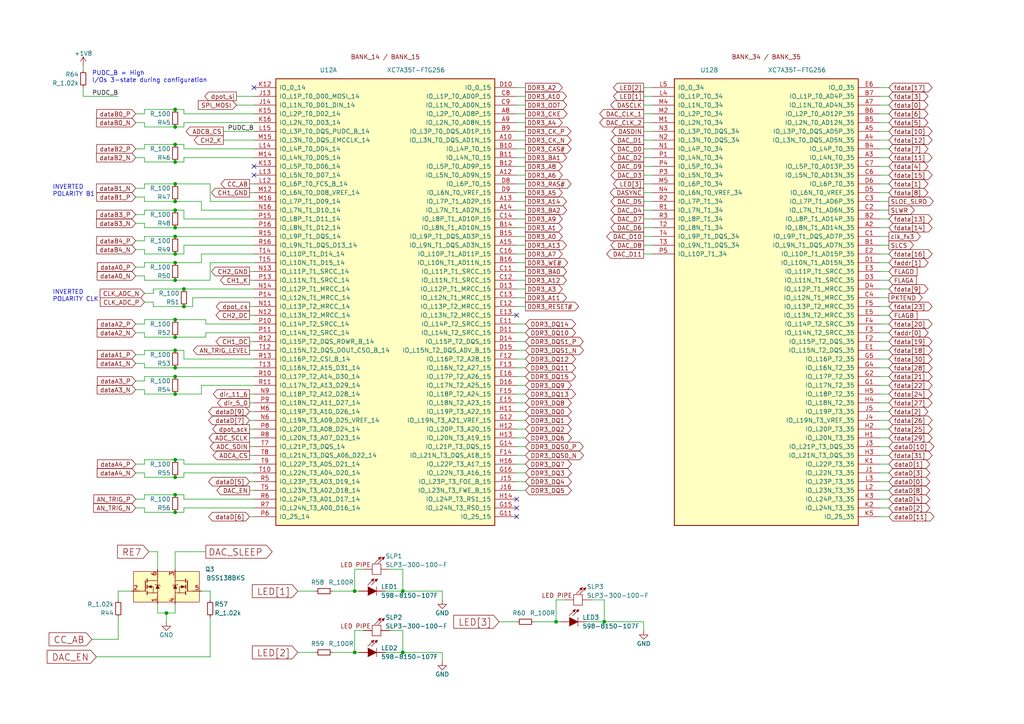
<source format=kicad_sch>
(kicad_sch (version 20231120) (generator "eeschema") (generator_version "8.0")
  (paper "A4")
  (title_block (title "Scopefun Oscilloscope") (rev "v2") (comment 1 "Copyright Dejan Priversek 2017") (comment 2 "Licensed under CERN OHL v.1.2"))
  (lib_symbols
    (symbol "ScopefunParts:+1V8" (power) (pin_names (offset 0))
      (property "Value" "+1V8" (at 0 3.556 0))
      (symbol "+1V8_1_1"
        (pin power_in line (at 0 0 90) (length 0) hide (name "+1V8") (number "1"))
      )
    )
    (symbol "ScopefunParts:598-8150-107F" (pin_numbers hide) (pin_names (offset 1.016) hide)
      (property "Reference" "LED" (at 2.54 1.27 0))
      (property "Value" "598-8150-107F" (at 2.54 -1.27 0))
      (symbol "598-8150-107F_1_1"
        (pin passive line (at 3.81 0 180) (length 2.54) (name "K") (number "1"))
        (pin passive line (at -3.81 0 0) (length 2.54) (name "A") (number "2"))
      )
    )
    (symbol "ScopefunParts:BSS138BKS" (pin_names (offset 0) hide)
      (property "Reference" "Q" (at 13.97 5.08 0))
      (property "Value" "BSS138BKS" (at 22.86 2.54 0))
      (symbol "BSS138BKS_1_1"
        (pin passive line (at -2.54 -5.08 90) (length 2.54) (name "S1") (number "1"))
        (pin input line (at -10.16 -1.27 0) (length 2.54) (name "G1") (number "2"))
        (pin passive line (at 2.54 5.08 270) (length 2.54) (name "D2") (number "3"))
        (pin passive line (at 2.54 -5.08 90) (length 2.54) (name "S2") (number "4"))
        (pin input line (at 10.16 -1.27 180) (length 2.54) (name "G2") (number "5"))
        (pin passive line (at -2.54 5.08 270) (length 2.54) (name "D1") (number "6"))
      )
    )
    (symbol "ScopefunParts:R_1.02k" (pin_numbers hide) (pin_names (offset 0.254) hide)
      (property "Reference" "R" (at 1.27 1.27 0))
      (property "Value" "R_1.02k" (at 1.27 -1.27 0))
      (symbol "R_1.02k_1_1"
        (pin passive line (at 0 2.54 270) (length 0.762) (name "~") (number "1"))
        (pin passive line (at 0 -2.54 90) (length 0.762) (name "~") (number "2"))
      )
    )
    (symbol "ScopefunParts:R_100" (pin_numbers hide) (pin_names (offset 0.254) hide)
      (property "Reference" "R" (at 1.27 1.27 0))
      (property "Value" "R_100" (at 1.27 -1.27 0))
      (symbol "R_100_1_1"
        (pin passive line (at 0 2.54 270) (length 0.762) (name "~") (number "1"))
        (pin passive line (at 0 -2.54 90) (length 0.762) (name "~") (number "2"))
      )
    )
    (symbol "ScopefunParts:R_100R" (pin_numbers hide) (pin_names (offset 0.254) hide)
      (property "Reference" "R" (at 1.27 1.27 0))
      (property "Value" "R_100R" (at 1.27 -1.27 0))
      (symbol "R_100R_1_1"
        (pin passive line (at 0 2.54 270) (length 0.762) (name "~") (number "1"))
        (pin passive line (at 0 -2.54 90) (length 0.762) (name "~") (number "2"))
      )
    )
    (symbol "ScopefunParts:SLP3-300-100-F" (pin_numbers hide) (pin_names (offset 1.016) hide)
      (property "Reference" "SLP" (at 2.54 1.27 0))
      (property "Value" "SLP3-300-100-F" (at 2.54 -1.27 0))
      (symbol "SLP3-300-100-F_0_0"
        (text "LED PIPE" (at -6.096 1.27 0) (effects (font (size 1.27 1.27))))
      )
      (symbol "SLP3-300-100-F_1_1"
        (pin passive line (at 3.81 0 180) (length 2.54) (name "K") (number "1"))
        (pin passive line (at -3.81 0 0) (length 2.54) (name "A") (number "2"))
      )
    )
    (symbol "ScopefunParts:XC7A35T-FTG256" (pin_names (offset 1.016))
      (property "Reference" "U" (at -16.51 58.42 0))
      (property "Value" "XC7A35T-FTG256" (at 8.89 58.42 0))
      (symbol "XC7A35T-FTG256_1_0"
        (text "BANK_14 / BANK_15" (at 0 62.23 0) (effects (font (size 1.27 1.27))))
      )
      (symbol "XC7A35T-FTG256_1_1"
        (pin bidirectional line (at 38.1 38.1 180) (length 6.35) (name "IO_L3N_T0_DQS_AD1N_15") (number "A10"))
        (pin bidirectional line (at 38.1 27.94 180) (length 6.35) (name "IO_L5N_T0_AD9N_15") (number "A12"))
        (pin bidirectional line (at 38.1 20.32 180) (length 6.35) (name "IO_L7P_T1_AD2P_15") (number "A13"))
        (pin bidirectional line (at 38.1 17.78 180) (length 6.35) (name "IO_L7N_T1_AD2N_15") (number "A14"))
        (pin bidirectional line (at 38.1 7.62 180) (length 6.35) (name "IO_L9N_T1_DQS_AD3N_15") (number "A15"))
        (pin bidirectional line (at 38.1 45.72 180) (length 6.35) (name "IO_L2P_T0_AD8P_15") (number "A8"))
        (pin bidirectional line (at 38.1 43.18 180) (length 6.35) (name "IO_L2N_T0_AD8N_15") (number "A9"))
        (pin bidirectional line (at 38.1 35.56 180) (length 6.35) (name "IO_L4P_T0_15") (number "B10"))
        (pin bidirectional line (at 38.1 33.02 180) (length 6.35) (name "IO_L4N_T0_15") (number "B11"))
        (pin bidirectional line (at 38.1 30.48 180) (length 6.35) (name "IO_L5P_T0_AD9P_15") (number "B12"))
        (pin bidirectional line (at 38.1 12.7 180) (length 6.35) (name "IO_L8N_T1_AD10N_15") (number "B14"))
        (pin bidirectional line (at 38.1 10.16 180) (length 6.35) (name "IO_L9P_T1_DQS_AD3P_15") (number "B15"))
        (pin bidirectional line (at 38.1 2.54 180) (length 6.35) (name "IO_L10N_T1_AD11N_15") (number "B16"))
        (pin bidirectional line (at 38.1 40.64 180) (length 6.35) (name "IO_L3P_T0_DQS_AD1P_15") (number "B9"))
        (pin bidirectional line (at 38.1 0 180) (length 6.35) (name "IO_L11P_T1_SRCC_15") (number "C11"))
        (pin bidirectional line (at 38.1 -2.54 180) (length 6.35) (name "IO_L11N_T1_SRCC_15") (number "C12"))
        (pin bidirectional line (at 38.1 -7.62 180) (length 6.35) (name "IO_L12N_T1_MRCC_15") (number "C13"))
        (pin bidirectional line (at 38.1 15.24 180) (length 6.35) (name "IO_L8P_T1_AD10P_15") (number "C14"))
        (pin bidirectional line (at 38.1 5.08 180) (length 6.35) (name "IO_L10P_T1_AD11P_15") (number "C16"))
        (pin bidirectional line (at 38.1 50.8 180) (length 6.35) (name "IO_L1P_T0_AD0P_15") (number "C8"))
        (pin bidirectional line (at 38.1 48.26 180) (length 6.35) (name "IO_L1N_T0_AD0N_15") (number "C9"))
        (pin bidirectional line (at 38.1 53.34 180) (length 6.35) (name "IO_0_15") (number "D10"))
        (pin bidirectional line (at 38.1 -17.78 180) (length 6.35) (name "IO_L14N_T2_SRCC_15") (number "D11"))
        (pin bidirectional line (at 38.1 -5.08 180) (length 6.35) (name "IO_L12P_T1_MRCC_15") (number "D13"))
        (pin bidirectional line (at 38.1 -20.32 180) (length 6.35) (name "IO_L15P_T2_DQS_15") (number "D14"))
        (pin bidirectional line (at 38.1 -22.86 180) (length 6.35) (name "IO_L15N_T2_DQS_ADV_B_15") (number "D15"))
        (pin bidirectional line (at 38.1 -33.02 180) (length 6.35) (name "IO_L17N_T2_A25_15") (number "D16"))
        (pin bidirectional line (at 38.1 25.4 180) (length 6.35) (name "IO_L6P_T0_15") (number "D8"))
        (pin bidirectional line (at 38.1 22.86 180) (length 6.35) (name "IO_L6N_T0_VREF_15") (number "D9"))
        (pin bidirectional line (at 38.1 -15.24 180) (length 6.35) (name "IO_L14P_T2_SRCC_15") (number "E11"))
        (pin bidirectional line (at 38.1 -10.16 180) (length 6.35) (name "IO_L13P_T2_MRCC_15") (number "E12"))
        (pin bidirectional line (at 38.1 -12.7 180) (length 6.35) (name "IO_L13N_T2_MRCC_15") (number "E13"))
        (pin bidirectional line (at 38.1 -38.1 180) (length 6.35) (name "IO_L18N_T2_A23_15") (number "E15"))
        (pin bidirectional line (at 38.1 -30.48 180) (length 6.35) (name "IO_L17P_T2_A26_15") (number "E16"))
        (pin bidirectional line (at 38.1 -25.4 180) (length 6.35) (name "IO_L16P_T2_A28_15") (number "F12"))
        (pin bidirectional line (at 38.1 -27.94 180) (length 6.35) (name "IO_L16N_T2_A27_15") (number "F13"))
        (pin bidirectional line (at 38.1 -53.34 180) (length 6.35) (name "IO_L21N_T3_DQS_A18_15") (number "F14"))
        (pin bidirectional line (at 38.1 -35.56 180) (length 6.35) (name "IO_L18P_T2_A24_15") (number "F15"))
        (pin bidirectional line (at 38.1 -71.12 180) (length 6.35) (name "IO_25_15") (number "G11"))
        (pin bidirectional line (at 38.1 -43.18 180) (length 6.35) (name "IO_L19N_T3_A21_VREF_15") (number "G12"))
        (pin bidirectional line (at 38.1 -50.8 180) (length 6.35) (name "IO_L21P_T3_DQS_15") (number "G14"))
        (pin bidirectional line (at 38.1 -68.58 180) (length 6.35) (name "IO_L24N_T3_RS0_15") (number "G15"))
        (pin bidirectional line (at 38.1 -58.42 180) (length 6.35) (name "IO_L22N_T3_A16_15") (number "G16"))
        (pin bidirectional line (at 38.1 -40.64 180) (length 6.35) (name "IO_L19P_T3_A22_15") (number "H11"))
        (pin bidirectional line (at 38.1 -45.72 180) (length 6.35) (name "IO_L20P_T3_A20_15") (number "H12"))
        (pin bidirectional line (at 38.1 -48.26 180) (length 6.35) (name "IO_L20N_T3_A19_15") (number "H13"))
        (pin bidirectional line (at 38.1 -66.04 180) (length 6.35) (name "IO_L24P_T3_RS1_15") (number "H14"))
        (pin bidirectional line (at 38.1 -55.88 180) (length 6.35) (name "IO_L22P_T3_A17_15") (number "H16"))
        (pin bidirectional line (at -38.1 50.8 0) (length 6.35) (name "IO_L1P_T0_D00_MOSI_14") (number "J13"))
        (pin bidirectional line (at -38.1 48.26 0) (length 6.35) (name "IO_L1N_T0_D01_DIN_14") (number "J14"))
        (pin bidirectional line (at 38.1 -60.96 180) (length 6.35) (name "IO_L23P_T3_FOE_B_15") (number "J15"))
        (pin bidirectional line (at 38.1 -63.5 180) (length 6.35) (name "IO_L23N_T3_FWE_B_15") (number "J16"))
        (pin bidirectional line (at -38.1 53.34 0) (length 6.35) (name "IO_0_14") (number "K12"))
        (pin bidirectional line (at -38.1 30.48 0) (length 6.35) (name "IO_L5P_T0_D06_14") (number "K13"))
        (pin bidirectional line (at -38.1 45.72 0) (length 6.35) (name "IO_L2P_T0_D02_14") (number "K15"))
        (pin bidirectional line (at -38.1 43.18 0) (length 6.35) (name "IO_L2N_T0_D03_14") (number "K16"))
        (pin bidirectional line (at -38.1 25.4 0) (length 6.35) (name "IO_L6P_T0_FCS_B_14") (number "L12"))
        (pin bidirectional line (at -38.1 27.94 0) (length 6.35) (name "IO_L5N_T0_D07_14") (number "L13"))
        (pin bidirectional line (at -38.1 35.56 0) (length 6.35) (name "IO_L4P_T0_D04_14") (number "L14"))
        (pin bidirectional line (at -38.1 40.64 0) (length 6.35) (name "IO_L3P_T0_DQS_PUDC_B_14") (number "L15"))
        (pin bidirectional line (at -38.1 22.86 0) (length 6.35) (name "IO_L6N_T0_D08_VREF_14") (number "M12"))
        (pin bidirectional line (at -38.1 33.02 0) (length 6.35) (name "IO_L4N_T0_D05_14") (number "M14"))
        (pin bidirectional line (at -38.1 38.1 0) (length 6.35) (name "IO_L3N_T0_DQS_EMCCLK_14") (number "M15"))
        (pin bidirectional line (at -38.1 20.32 0) (length 6.35) (name "IO_L7P_T1_D09_14") (number "M16"))
        (pin bidirectional line (at -38.1 -40.64 0) (length 6.35) (name "IO_L19P_T3_A10_D26_14") (number "M6"))
        (pin bidirectional line (at -38.1 -10.16 0) (length 6.35) (name "IO_L13P_T2_MRCC_14") (number "N11"))
        (pin bidirectional line (at -38.1 -12.7 0) (length 6.35) (name "IO_L13N_T2_MRCC_14") (number "N12"))
        (pin bidirectional line (at -38.1 0 0) (length 6.35) (name "IO_L11P_T1_SRCC_14") (number "N13"))
        (pin bidirectional line (at -38.1 -5.08 0) (length 6.35) (name "IO_L12P_T1_MRCC_14") (number "N14"))
        (pin bidirectional line (at -38.1 17.78 0) (length 6.35) (name "IO_L7N_T1_D10_14") (number "N16"))
        (pin bidirectional line (at -38.1 -43.18 0) (length 6.35) (name "IO_L19N_T3_A09_D25_VREF_14") (number "N6"))
        (pin bidirectional line (at -38.1 -35.56 0) (length 6.35) (name "IO_L18P_T2_A12_D28_14") (number "N9"))
        (pin bidirectional line (at -38.1 -15.24 0) (length 6.35) (name "IO_L14P_T2_SRCC_14") (number "P10"))
        (pin bidirectional line (at -38.1 -17.78 0) (length 6.35) (name "IO_L14N_T2_SRCC_14") (number "P11"))
        (pin bidirectional line (at -38.1 -2.54 0) (length 6.35) (name "IO_L11N_T1_SRCC_14") (number "P13"))
        (pin bidirectional line (at -38.1 -7.62 0) (length 6.35) (name "IO_L12N_T1_MRCC_14") (number "P14"))
        (pin bidirectional line (at -38.1 15.24 0) (length 6.35) (name "IO_L8P_T1_D11_14") (number "P15"))
        (pin bidirectional line (at -38.1 12.7 0) (length 6.35) (name "IO_L8N_T1_D12_14") (number "P16"))
        (pin bidirectional line (at -38.1 -71.12 0) (length 6.35) (name "IO_25_14") (number "P6"))
        (pin bidirectional line (at -38.1 -45.72 0) (length 6.35) (name "IO_L20P_T3_A08_D24_14") (number "P8"))
        (pin bidirectional line (at -38.1 -38.1 0) (length 6.35) (name "IO_L18N_T2_A11_D27_14") (number "P9"))
        (pin bidirectional line (at -38.1 -30.48 0) (length 6.35) (name "IO_L17P_T2_A14_D30_14") (number "R10"))
        (pin bidirectional line (at -38.1 -33.02 0) (length 6.35) (name "IO_L17N_T2_A13_D29_14") (number "R11"))
        (pin bidirectional line (at -38.1 -20.32 0) (length 6.35) (name "IO_L15P_T2_DQS_RDWR_B_14") (number "R12"))
        (pin bidirectional line (at -38.1 -25.4 0) (length 6.35) (name "IO_L16P_T2_CSI_B_14") (number "R13"))
        (pin bidirectional line (at -38.1 10.16 0) (length 6.35) (name "IO_L9P_T1_DQS_14") (number "R15"))
        (pin bidirectional line (at -38.1 7.62 0) (length 6.35) (name "IO_L9N_T1_DQS_D13_14") (number "R16"))
        (pin bidirectional line (at -38.1 -60.96 0) (length 6.35) (name "IO_L23P_T3_A03_D19_14") (number "R5"))
        (pin bidirectional line (at -38.1 -66.04 0) (length 6.35) (name "IO_L24P_T3_A01_D17_14") (number "R6"))
        (pin bidirectional line (at -38.1 -68.58 0) (length 6.35) (name "IO_L24N_T3_A00_D16_14") (number "R7"))
        (pin bidirectional line (at -38.1 -48.26 0) (length 6.35) (name "IO_L20N_T3_A07_D23_14") (number "R8"))
        (pin bidirectional line (at -38.1 -58.42 0) (length 6.35) (name "IO_L22N_T3_A04_D20_14") (number "T10"))
        (pin bidirectional line (at -38.1 -22.86 0) (length 6.35) (name "IO_L15N_T2_DQS_DOUT_CSO_B_14") (number "T12"))
        (pin bidirectional line (at -38.1 -27.94 0) (length 6.35) (name "IO_L16N_T2_A15_D31_14") (number "T13"))
        (pin bidirectional line (at -38.1 5.08 0) (length 6.35) (name "IO_L10P_T1_D14_14") (number "T14"))
        (pin bidirectional line (at -38.1 2.54 0) (length 6.35) (name "IO_L10N_T1_D15_14") (number "T15"))
        (pin bidirectional line (at -38.1 -63.5 0) (length 6.35) (name "IO_L23N_T3_A02_D18_14") (number "T5"))
        (pin bidirectional line (at -38.1 -50.8 0) (length 6.35) (name "IO_L21P_T3_DQS_14") (number "T7"))
        (pin bidirectional line (at -38.1 -53.34 0) (length 6.35) (name "IO_L21N_T3_DQS_A06_D22_14") (number "T8"))
        (pin bidirectional line (at -38.1 -55.88 0) (length 6.35) (name "IO_L22P_T3_A05_D21_14") (number "T9"))
      )
      (symbol "XC7A35T-FTG256_2_0"
        (text "BANK_34 / BANK_35" (at 0 62.23 0) (effects (font (size 1.27 1.27))))
      )
      (symbol "XC7A35T-FTG256_2_1"
        (pin bidirectional line (at 33.02 12.7 180) (length 6.35) (name "IO_L8N_T1_AD14N_35") (number "A2"))
        (pin bidirectional line (at 33.02 33.02 180) (length 6.35) (name "IO_L4N_T0_35") (number "A3"))
        (pin bidirectional line (at 33.02 38.1 180) (length 6.35) (name "IO_L3N_T0_DQS_AD5N_35") (number "A4"))
        (pin bidirectional line (at 33.02 40.64 180) (length 6.35) (name "IO_L3P_T0_DQS_AD5P_35") (number "A5"))
        (pin bidirectional line (at 33.02 48.26 180) (length 6.35) (name "IO_L1N_T0_AD4N_35") (number "A7"))
        (pin bidirectional line (at 33.02 7.62 180) (length 6.35) (name "IO_L9N_T1_DQS_AD7N_35") (number "B1"))
        (pin bidirectional line (at 33.02 15.24 180) (length 6.35) (name "IO_L8P_T1_AD14P_35") (number "B2"))
        (pin bidirectional line (at 33.02 35.56 180) (length 6.35) (name "IO_L4P_T0_35") (number "B4"))
        (pin bidirectional line (at 33.02 43.18 180) (length 6.35) (name "IO_L2N_T0_AD12N_35") (number "B5"))
        (pin bidirectional line (at 33.02 45.72 180) (length 6.35) (name "IO_L2P_T0_AD12P_35") (number "B6"))
        (pin bidirectional line (at 33.02 50.8 180) (length 6.35) (name "IO_L1P_T0_AD4P_35") (number "B7"))
        (pin bidirectional line (at 33.02 10.16 180) (length 6.35) (name "IO_L9P_T1_DQS_AD7P_35") (number "C1"))
        (pin bidirectional line (at 33.02 17.78 180) (length 6.35) (name "IO_L7N_T1_AD6N_35") (number "C2"))
        (pin bidirectional line (at 33.02 20.32 180) (length 6.35) (name "IO_L7P_T1_AD6P_35") (number "C3"))
        (pin bidirectional line (at 33.02 -7.62 180) (length 6.35) (name "IO_L12N_T1_MRCC_35") (number "C4"))
        (pin bidirectional line (at 33.02 27.94 180) (length 6.35) (name "IO_L5N_T0_AD13N_35") (number "C6"))
        (pin bidirectional line (at 33.02 30.48 180) (length 6.35) (name "IO_L5P_T0_AD13P_35") (number "C7"))
        (pin bidirectional line (at 33.02 2.54 180) (length 6.35) (name "IO_L10N_T1_AD15N_35") (number "D1"))
        (pin bidirectional line (at 33.02 -2.54 180) (length 6.35) (name "IO_L11N_T1_SRCC_35") (number "D3"))
        (pin bidirectional line (at 33.02 -5.08 180) (length 6.35) (name "IO_L12P_T1_MRCC_35") (number "D4"))
        (pin bidirectional line (at 33.02 22.86 180) (length 6.35) (name "IO_L6N_T0_VREF_35") (number "D5"))
        (pin bidirectional line (at 33.02 25.4 180) (length 6.35) (name "IO_L6P_T0_35") (number "D6"))
        (pin bidirectional line (at 33.02 -22.86 180) (length 6.35) (name "IO_L15N_T2_DQS_35") (number "E1"))
        (pin bidirectional line (at 33.02 5.08 180) (length 6.35) (name "IO_L10P_T1_AD15P_35") (number "E2"))
        (pin bidirectional line (at 33.02 0 180) (length 6.35) (name "IO_L11P_T1_SRCC_35") (number "E3"))
        (pin bidirectional line (at 33.02 -12.7 180) (length 6.35) (name "IO_L13N_T2_MRCC_35") (number "E5"))
        (pin bidirectional line (at 33.02 53.34 180) (length 6.35) (name "IO_0_35") (number "E6"))
        (pin bidirectional line (at 33.02 -20.32 180) (length 6.35) (name "IO_L15P_T2_DQS_35") (number "F2"))
        (pin bidirectional line (at 33.02 -17.78 180) (length 6.35) (name "IO_L14N_T2_SRCC_35") (number "F3"))
        (pin bidirectional line (at 33.02 -15.24 180) (length 6.35) (name "IO_L14P_T2_SRCC_35") (number "F4"))
        (pin bidirectional line (at 33.02 -10.16 180) (length 6.35) (name "IO_L13P_T2_MRCC_35") (number "F5"))
        (pin bidirectional line (at 33.02 -33.02 180) (length 6.35) (name "IO_L17N_T2_35") (number "G1"))
        (pin bidirectional line (at 33.02 -30.48 180) (length 6.35) (name "IO_L17P_T2_35") (number "G2"))
        (pin bidirectional line (at 33.02 -27.94 180) (length 6.35) (name "IO_L16N_T2_35") (number "G4"))
        (pin bidirectional line (at 33.02 -25.4 180) (length 6.35) (name "IO_L16P_T2_35") (number "G5"))
        (pin bidirectional line (at 33.02 -48.26 180) (length 6.35) (name "IO_L20N_T3_35") (number "H1"))
        (pin bidirectional line (at 33.02 -45.72 180) (length 6.35) (name "IO_L20P_T3_35") (number "H2"))
        (pin bidirectional line (at 33.02 -53.34 180) (length 6.35) (name "IO_L21N_T3_DQS_35") (number "H3"))
        (pin bidirectional line (at 33.02 -38.1 180) (length 6.35) (name "IO_L18N_T2_35") (number "H4"))
        (pin bidirectional line (at 33.02 -35.56 180) (length 6.35) (name "IO_L18P_T2_35") (number "H5"))
        (pin bidirectional line (at 33.02 -58.42 180) (length 6.35) (name "IO_L22N_T3_35") (number "J1"))
        (pin bidirectional line (at 33.02 -50.8 180) (length 6.35) (name "IO_L21P_T3_DQS_35") (number "J3"))
        (pin bidirectional line (at 33.02 -43.18 180) (length 6.35) (name "IO_L19N_T3_VREF_35") (number "J4"))
        (pin bidirectional line (at 33.02 -40.64 180) (length 6.35) (name "IO_L19P_T3_35") (number "J5"))
        (pin bidirectional line (at 33.02 -55.88 180) (length 6.35) (name "IO_L22P_T3_35") (number "K1"))
        (pin bidirectional line (at 33.02 -68.58 180) (length 6.35) (name "IO_L24N_T3_35") (number "K2"))
        (pin bidirectional line (at 33.02 -66.04 180) (length 6.35) (name "IO_L24P_T3_35") (number "K3"))
        (pin bidirectional line (at 33.02 -71.12 180) (length 6.35) (name "IO_25_35") (number "K5"))
        (pin bidirectional line (at 33.02 -63.5 180) (length 6.35) (name "IO_L23N_T3_35") (number "L2"))
        (pin bidirectional line (at 33.02 -60.96 180) (length 6.35) (name "IO_L23P_T3_35") (number "L3"))
        (pin bidirectional line (at -33.02 50.8 0) (length 6.35) (name "IO_L1P_T0_34") (number "L4"))
        (pin bidirectional line (at -33.02 53.34 0) (length 6.35) (name "IO_0_34") (number "L5"))
        (pin bidirectional line (at -33.02 43.18 0) (length 6.35) (name "IO_L2N_T0_34") (number "M1"))
        (pin bidirectional line (at -33.02 45.72 0) (length 6.35) (name "IO_L2P_T0_34") (number "M2"))
        (pin bidirectional line (at -33.02 48.26 0) (length 6.35) (name "IO_L1N_T0_34") (number "M4"))
        (pin bidirectional line (at -33.02 25.4 0) (length 6.35) (name "IO_L6P_T0_34") (number "M5"))
        (pin bidirectional line (at -33.02 35.56 0) (length 6.35) (name "IO_L4P_T0_34") (number "N1"))
        (pin bidirectional line (at -33.02 38.1 0) (length 6.35) (name "IO_L3N_T0_DQS_34") (number "N2"))
        (pin bidirectional line (at -33.02 40.64 0) (length 6.35) (name "IO_L3P_T0_DQS_34") (number "N3"))
        (pin bidirectional line (at -33.02 22.86 0) (length 6.35) (name "IO_L6N_T0_VREF_34") (number "N4"))
        (pin bidirectional line (at -33.02 33.02 0) (length 6.35) (name "IO_L4N_T0_34") (number "P1"))
        (pin bidirectional line (at -33.02 27.94 0) (length 6.35) (name "IO_L5N_T0_34") (number "P3"))
        (pin bidirectional line (at -33.02 30.48 0) (length 6.35) (name "IO_L5P_T0_34") (number "P4"))
        (pin bidirectional line (at -33.02 5.08 0) (length 6.35) (name "IO_L10P_T1_34") (number "P5"))
        (pin bidirectional line (at -33.02 17.78 0) (length 6.35) (name "IO_L7N_T1_34") (number "R1"))
        (pin bidirectional line (at -33.02 20.32 0) (length 6.35) (name "IO_L7P_T1_34") (number "R2"))
        (pin bidirectional line (at -33.02 15.24 0) (length 6.35) (name "IO_L8P_T1_34") (number "R3"))
        (pin bidirectional line (at -33.02 12.7 0) (length 6.35) (name "IO_L8N_T1_34") (number "T2"))
        (pin bidirectional line (at -33.02 7.62 0) (length 6.35) (name "IO_L9N_T1_DQS_34") (number "T3"))
        (pin bidirectional line (at -33.02 10.16 0) (length 6.35) (name "IO_L9P_T1_DQS_34") (number "T4"))
      )
      (symbol "XC7A35T-FTG256_3_0"
        (text "CONFIG" (at 0 62.23 0) (effects (font (size 1.27 1.27))))
      )
      (symbol "XC7A35T-FTG256_3_1"
        (pin bidirectional line (at 25.4 17.78 180) (length 6.35) (name "CFGBVS_0") (number "E7"))
        (pin bidirectional line (at 25.4 40.64 180) (length 6.35) (name "CCLK_0") (number "E8"))
        (pin bidirectional line (at 25.4 27.94 180) (length 6.35) (name "DONE_0") (number "H10"))
        (pin bidirectional line (at 25.4 2.54 180) (length 6.35) (name "VREFN_0") (number "H7"))
        (pin bidirectional line (at 25.4 12.7 180) (length 6.35) (name "VP_0") (number "H8"))
        (pin bidirectional line (at 25.4 10.16 180) (length 6.35) (name "VN_0") (number "J7"))
        (pin bidirectional line (at 25.4 5.08 180) (length 6.35) (name "VREFP_0") (number "J8"))
        (pin bidirectional line (at 25.4 25.4 180) (length 6.35) (name "INIT_B_0") (number "K10"))
        (pin bidirectional line (at 25.4 -5.08 180) (length 6.35) (name "DXN_0") (number "K7"))
        (pin bidirectional line (at 25.4 -2.54 180) (length 6.35) (name "DXP_0") (number "K8"))
        (pin bidirectional line (at 25.4 45.72 180) (length 6.35) (name "TCK_0") (number "L7"))
        (pin bidirectional line (at 25.4 22.86 180) (length 6.35) (name "PROGRAM_B_0") (number "L9"))
        (pin bidirectional line (at 25.4 35.56 180) (length 6.35) (name "M1_0") (number "M10"))
        (pin bidirectional line (at 25.4 33.02 180) (length 6.35) (name "M2_0") (number "M11"))
        (pin bidirectional line (at 25.4 48.26 180) (length 6.35) (name "TMS_0") (number "M7"))
        (pin bidirectional line (at 25.4 38.1 180) (length 6.35) (name "M0_0") (number "M9"))
        (pin bidirectional line (at 25.4 53.34 180) (length 6.35) (name "TDI_0") (number "N7"))
        (pin bidirectional line (at 25.4 50.8 180) (length 6.35) (name "TDO_0") (number "N8"))
      )
      (symbol "XC7A35T-FTG256_4_0"
        (text "POWER" (at 0 62.23 0) (effects (font (size 1.27 1.27))))
      )
      (symbol "XC7A35T-FTG256_4_1"
        (pin power_in line (at -25.4 -11.43 0) (length 6.35) (name "GND") (number "A1"))
        (pin power_in line (at -25.4 -13.97 0) (length 6.35) (name "GND") (number "A11"))
        (pin power_in line (at -25.4 22.86 0) (length 6.35) (name "VCCO_15") (number "A16"))
        (pin power_in line (at 25.4 40.64 180) (length 6.35) (name "VCCO_35") (number "A6"))
        (pin power_in line (at -25.4 25.4 0) (length 6.35) (name "VCCO_15") (number "B13"))
        (pin power_in line (at 25.4 43.18 180) (length 6.35) (name "VCCO_35") (number "B3"))
        (pin power_in line (at -25.4 -16.51 0) (length 6.35) (name "GND") (number "B8"))
        (pin power_in line (at -25.4 27.94 0) (length 6.35) (name "VCCO_15") (number "C10"))
        (pin power_in line (at -25.4 -21.59 0) (length 6.35) (name "GND") (number "C15"))
        (pin power_in line (at -25.4 -19.05 0) (length 6.35) (name "GND") (number "C5"))
        (pin power_in line (at -25.4 -26.67 0) (length 6.35) (name "GND") (number "D12"))
        (pin power_in line (at -25.4 -24.13 0) (length 6.35) (name "GND") (number "D2"))
        (pin power_in line (at 25.4 45.72 180) (length 6.35) (name "VCCO_35") (number "D7"))
        (pin power_in line (at 25.4 -1.27 180) (length 6.35) (name "VCCBRAM") (number "E10"))
        (pin power_in line (at -25.4 30.48 0) (length 6.35) (name "VCCO_15") (number "E14"))
        (pin power_in line (at 25.4 48.26 180) (length 6.35) (name "VCCO_35") (number "E4"))
        (pin power_in line (at -25.4 -29.21 0) (length 6.35) (name "GND") (number "E9"))
        (pin power_in line (at 25.4 50.8 180) (length 6.35) (name "VCCO_35") (number "F1"))
        (pin power_in line (at -25.4 -34.29 0) (length 6.35) (name "GND") (number "F10"))
        (pin power_in line (at 25.4 -3.81 180) (length 6.35) (name "VCCBRAM") (number "F11"))
        (pin power_in line (at -25.4 -36.83 0) (length 6.35) (name "GND") (number "F16"))
        (pin power_in line (at -25.4 -31.75 0) (length 6.35) (name "GND") (number "F6"))
        (pin power_in line (at 25.4 19.05 180) (length 6.35) (name "VCCINT") (number "F7"))
        (pin power_in line (at -25.4 -6.35 0) (length 6.35) (name "VCCBATT_0") (number "F8"))
        (pin power_in line (at 25.4 16.51 180) (length 6.35) (name "VCCINT") (number "F9"))
        (pin power_in line (at -25.4 17.78 0) (length 6.35) (name "VCCAUX") (number "G10"))
        (pin power_in line (at -25.4 -44.45 0) (length 6.35) (name "GND") (number "G13"))
        (pin power_in line (at -25.4 -39.37 0) (length 6.35) (name "GND") (number "G3"))
        (pin power_in line (at 25.4 13.97 180) (length 6.35) (name "VCCINT") (number "G6"))
        (pin power_in line (at -25.4 -8.89 0) (length 6.35) (name "GNDADC_0") (number "G7"))
        (pin power_in line (at -25.4 5.08 0) (length 6.35) (name "VCCADC_0") (number "G8"))
        (pin power_in line (at -25.4 -41.91 0) (length 6.35) (name "GND") (number "G9"))
        (pin power_in line (at -25.4 33.02 0) (length 6.35) (name "VCCO_15") (number "H15"))
        (pin power_in line (at -25.4 -46.99 0) (length 6.35) (name "GND") (number "H6"))
        (pin power_in line (at 25.4 11.43 180) (length 6.35) (name "VCCINT") (number "H9"))
        (pin power_in line (at -25.4 15.24 0) (length 6.35) (name "VCCAUX") (number "J10"))
        (pin power_in line (at 25.4 -13.97 180) (length 6.35) (name "GND") (number "J11"))
        (pin power_in line (at -25.4 35.56 0) (length 6.35) (name "VCCO_15") (number "J12"))
        (pin power_in line (at 25.4 53.34 180) (length 6.35) (name "VCCO_35") (number "J2"))
        (pin power_in line (at 25.4 8.89 180) (length 6.35) (name "VCCINT") (number "J6"))
        (pin power_in line (at 25.4 -11.43 180) (length 6.35) (name "GND") (number "J9"))
        (pin power_in line (at -25.4 12.7 0) (length 6.35) (name "VCCAUX") (number "K11"))
        (pin power_in line (at 25.4 -21.59 180) (length 6.35) (name "GND") (number "K14"))
        (pin power_in line (at 25.4 -16.51 180) (length 6.35) (name "GND") (number "K4"))
        (pin power_in line (at 25.4 -19.05 180) (length 6.35) (name "GND") (number "K6"))
        (pin power_in line (at 25.4 6.35 180) (length 6.35) (name "VCCINT") (number "K9"))
        (pin power_in line (at 25.4 -24.13 180) (length 6.35) (name "GND") (number "L1"))
        (pin power_in line (at -25.4 10.16 0) (length 6.35) (name "VCCAUX") (number "L10"))
        (pin power_in line (at 25.4 -26.67 180) (length 6.35) (name "GND") (number "L11"))
        (pin power_in line (at -25.4 40.64 0) (length 6.35) (name "VCCO_14") (number "L16"))
        (pin power_in line (at 25.4 35.56 180) (length 6.35) (name "VCCO_0") (number "L6"))
        (pin power_in line (at 25.4 3.81 180) (length 6.35) (name "VCCINT") (number "L8"))
        (pin power_in line (at -25.4 43.18 0) (length 6.35) (name "VCCO_14") (number "M13"))
        (pin power_in line (at 25.4 25.4 180) (length 6.35) (name "VCCO_34") (number "M3"))
        (pin power_in line (at 25.4 -29.21 180) (length 6.35) (name "GND") (number "M8"))
        (pin power_in line (at -25.4 45.72 0) (length 6.35) (name "VCCO_14") (number "N10"))
        (pin power_in line (at 25.4 -34.29 180) (length 6.35) (name "GND") (number "N15"))
        (pin power_in line (at 25.4 -31.75 180) (length 6.35) (name "GND") (number "N5"))
        (pin power_in line (at 25.4 -39.37 180) (length 6.35) (name "GND") (number "P12"))
        (pin power_in line (at 25.4 -36.83 180) (length 6.35) (name "GND") (number "P2"))
        (pin power_in line (at -25.4 48.26 0) (length 6.35) (name "VCCO_14") (number "P7"))
        (pin power_in line (at -25.4 50.8 0) (length 6.35) (name "VCCO_14") (number "R14"))
        (pin power_in line (at 25.4 27.94 180) (length 6.35) (name "VCCO_34") (number "R4"))
        (pin power_in line (at 25.4 -41.91 180) (length 6.35) (name "GND") (number "R9"))
        (pin power_in line (at 25.4 30.48 180) (length 6.35) (name "VCCO_34") (number "T1"))
        (pin power_in line (at -25.4 53.34 0) (length 6.35) (name "VCCO_14") (number "T11"))
        (pin power_in line (at 25.4 -46.99 180) (length 6.35) (name "GND") (number "T16"))
        (pin power_in line (at 25.4 -44.45 180) (length 6.35) (name "GND") (number "T6"))
      )
    )
    (symbol "Scopefun_v2-rescue:GND" (power) (pin_names (offset 0))
      (property "Value" "GND" (at 0 -3.81 0))
      (symbol "GND_1_1"
        (pin power_in line (at 0 0 270) (length 0) hide (name "GND") (number "1"))
      )
    )
  )
  (junction (at 102.87 171.45))
  (junction (at 53.34 88.9))
  (junction (at 50.8 46.99))
  (junction (at 50.8 41.91))
  (junction (at 50.8 73.66))
  (junction (at 50.8 143.51))
  (junction (at 116.84 171.45))
  (junction (at 50.8 109.22))
  (junction (at 50.8 60.96))
  (junction (at 175.26 180.34))
  (junction (at 50.8 138.43))
  (junction (at 50.8 31.75))
  (junction (at 50.8 53.34))
  (junction (at 50.8 66.04))
  (junction (at 116.84 189.23))
  (junction (at 50.8 76.2))
  (junction (at 50.8 92.71))
  (junction (at 50.8 101.6))
  (junction (at 50.8 106.68))
  (junction (at 50.8 81.28))
  (junction (at 50.8 133.35))
  (junction (at 50.8 114.3))
  (junction (at 161.29 180.34))
  (junction (at 50.8 148.59))
  (junction (at 102.87 189.23))
  (junction (at 50.8 58.42))
  (junction (at 48.26 177.8))
  (junction (at 50.8 97.79))
  (junction (at 50.8 36.83))
  (junction (at 53.34 83.82))
  (junction (at 50.8 68.58))
  (no_connect (at 73.66 48.26))
  (no_connect (at 149.86 149.86))
  (no_connect (at 73.66 25.4))
  (no_connect (at 149.86 91.44))
  (no_connect (at 149.86 147.32))
  (no_connect (at 73.66 50.8))
  (no_connect (at 149.86 144.78))
  (wire (pts (xy 34.29 185.42) (xy 34.29 179.07)))
  (wire (pts (xy 60.96 81.28) (xy 60.96 76.2)))
  (wire (pts (xy 149.86 76.2) (xy 152.4 76.2)))
  (wire (pts (xy 255.27 66.04) (xy 257.81 66.04)))
  (wire (pts (xy 41.91 81.28) (xy 41.91 80.01)))
  (wire (pts (xy 116.84 189.23) (xy 128.27 189.23)))
  (wire (pts (xy 24.13 27.94) (xy 34.29 27.94)))
  (wire (pts (xy 53.34 147.32) (xy 73.66 147.32)))
  (wire (pts (xy 50.8 92.71) (xy 59.69 92.71)))
  (wire (pts (xy 60.96 173.99) (xy 60.96 171.45)))
  (wire (pts (xy 255.27 27.94) (xy 257.81 27.94)))
  (wire (pts (xy 255.27 142.24) (xy 257.81 142.24)))
  (wire (pts (xy 149.86 116.84) (xy 152.4 116.84)))
  (wire (pts (xy 53.34 71.12) (xy 73.66 71.12)))
  (wire (pts (xy 50.8 76.2) (xy 58.42 76.2)))
  (wire (pts (xy 53.34 148.59) (xy 53.34 147.32)))
  (wire (pts (xy 59.69 96.52) (xy 73.66 96.52)))
  (wire (pts (xy 255.27 40.64) (xy 257.81 40.64)))
  (wire (pts (xy 149.86 88.9) (xy 152.4 88.9)))
  (wire (pts (xy 149.86 68.58) (xy 152.4 68.58)))
  (wire (pts (xy 59.69 160.02) (xy 50.8 160.02)))
  (wire (pts (xy 53.34 43.18) (xy 73.66 43.18)))
  (wire (pts (xy 149.86 78.74) (xy 152.4 78.74)))
  (wire (pts (xy 50.8 31.75) (xy 53.34 31.75)))
  (wire (pts (xy 60.96 76.2) (xy 73.66 76.2)))
  (wire (pts (xy 186.69 43.18) (xy 189.23 43.18)))
  (wire (pts (xy 41.91 60.96) (xy 41.91 62.23)))
  (wire (pts (xy 255.27 132.08) (xy 257.81 132.08)))
  (wire (pts (xy 186.69 53.34) (xy 189.23 53.34)))
  (wire (pts (xy 149.86 27.94) (xy 152.4 27.94)))
  (wire (pts (xy 41.91 69.85) (xy 39.37 69.85)))
  (wire (pts (xy 255.27 71.12) (xy 257.81 71.12)))
  (wire (pts (xy 149.86 109.22) (xy 152.4 109.22)))
  (wire (pts (xy 149.86 58.42) (xy 152.4 58.42)))
  (wire (pts (xy 41.91 73.66) (xy 50.8 73.66)))
  (wire (pts (xy 255.27 53.34) (xy 257.81 53.34)))
  (wire (pts (xy 60.96 171.45) (xy 58.42 171.45)))
  (wire (pts (xy 149.86 114.3) (xy 152.4 114.3)))
  (wire (pts (xy 186.69 63.5) (xy 189.23 63.5)))
  (wire (pts (xy 255.27 76.2) (xy 257.81 76.2)))
  (wire (pts (xy 102.87 182.88) (xy 102.87 189.23)))
  (wire (pts (xy 175.26 180.34) (xy 186.69 180.34)))
  (wire (pts (xy 41.91 148.59) (xy 41.91 147.32)))
  (wire (pts (xy 41.91 101.6) (xy 50.8 101.6)))
  (wire (pts (xy 50.8 81.28) (xy 60.96 81.28)))
  (wire (pts (xy 186.69 58.42) (xy 189.23 58.42)))
  (wire (pts (xy 116.84 165.1) (xy 116.84 171.45)))
  (wire (pts (xy 55.88 86.36) (xy 73.66 86.36)))
  (wire (pts (xy 255.27 48.26) (xy 257.81 48.26)))
  (wire (pts (xy 50.8 53.34) (xy 60.96 53.34)))
  (wire (pts (xy 60.96 58.42) (xy 73.66 58.42)))
  (wire (pts (xy 149.86 25.4) (xy 152.4 25.4)))
  (wire (pts (xy 41.91 109.22) (xy 50.8 109.22)))
  (wire (pts (xy 186.69 73.66) (xy 189.23 73.66)))
  (wire (pts (xy 60.96 53.34) (xy 60.96 58.42)))
  (wire (pts (xy 44.45 88.9) (xy 44.45 87.63)))
  (wire (pts (xy 149.86 137.16) (xy 152.4 137.16)))
  (wire (pts (xy 73.66 132.08) (xy 72.39 132.08)))
  (wire (pts (xy 255.27 60.96) (xy 257.81 60.96)))
  (wire (pts (xy 41.91 35.56) (xy 39.37 35.56)))
  (wire (pts (xy 255.27 38.1) (xy 257.81 38.1)))
  (wire (pts (xy 72.39 124.46) (xy 73.66 124.46)))
  (wire (pts (xy 50.8 73.66) (xy 53.34 73.66)))
  (wire (pts (xy 73.66 149.86) (xy 72.39 149.86)))
  (wire (pts (xy 149.86 106.68) (xy 152.4 106.68)))
  (wire (pts (xy 255.27 134.62) (xy 257.81 134.62)))
  (wire (pts (xy 41.91 77.47) (xy 39.37 77.47)))
  (wire (pts (xy 144.78 180.34) (xy 149.86 180.34)))
  (wire (pts (xy 149.86 48.26) (xy 152.4 48.26)))
  (wire (pts (xy 48.26 177.8) (xy 50.8 177.8)))
  (wire (pts (xy 186.69 55.88) (xy 189.23 55.88)))
  (wire (pts (xy 255.27 81.28) (xy 257.81 81.28)))
  (wire (pts (xy 68.58 27.94) (xy 73.66 27.94)))
  (wire (pts (xy 45.72 177.8) (xy 48.26 177.8)))
  (wire (pts (xy 105.41 182.88) (xy 102.87 182.88)))
  (wire (pts (xy 149.86 53.34) (xy 152.4 53.34)))
  (wire (pts (xy 50.8 97.79) (xy 59.69 97.79)))
  (wire (pts (xy 50.8 109.22) (xy 73.66 109.22)))
  (wire (pts (xy 41.91 137.16) (xy 39.37 137.16)))
  (wire (pts (xy 255.27 101.6) (xy 257.81 101.6)))
  (wire (pts (xy 41.91 53.34) (xy 50.8 53.34)))
  (wire (pts (xy 255.27 33.02) (xy 257.81 33.02)))
  (wire (pts (xy 116.84 171.45) (xy 128.27 171.45)))
  (wire (pts (xy 41.91 76.2) (xy 41.91 77.47)))
  (wire (pts (xy 26.67 185.42) (xy 34.29 185.42)))
  (wire (pts (xy 102.87 165.1) (xy 102.87 171.45)))
  (wire (pts (xy 102.87 189.23) (xy 104.14 189.23)))
  (wire (pts (xy 73.66 127) (xy 72.39 127)))
  (wire (pts (xy 149.86 93.98) (xy 152.4 93.98)))
  (wire (pts (xy 41.91 36.83) (xy 50.8 36.83)))
  (wire (pts (xy 255.27 149.86) (xy 257.81 149.86)))
  (wire (pts (xy 39.37 93.98) (xy 41.91 93.98)))
  (wire (pts (xy 186.69 45.72) (xy 189.23 45.72)))
  (wire (pts (xy 255.27 99.06) (xy 257.81 99.06)))
  (wire (pts (xy 41.91 68.58) (xy 41.91 69.85)))
  (wire (pts (xy 255.27 83.82) (xy 257.81 83.82)))
  (wire (pts (xy 44.45 87.63) (xy 41.91 87.63)))
  (wire (pts (xy 53.34 134.62) (xy 73.66 134.62)))
  (wire (pts (xy 86.36 171.45) (xy 91.44 171.45)))
  (wire (pts (xy 161.29 173.99) (xy 163.83 173.99)))
  (wire (pts (xy 149.86 35.56) (xy 152.4 35.56)))
  (wire (pts (xy 72.39 81.28) (xy 73.66 81.28)))
  (wire (pts (xy 96.52 189.23) (xy 102.87 189.23)))
  (wire (pts (xy 186.69 35.56) (xy 189.23 35.56)))
  (wire (pts (xy 257.81 121.92) (xy 255.27 121.92)))
  (wire (pts (xy 41.91 46.99) (xy 41.91 45.72)))
  (wire (pts (xy 41.91 43.18) (xy 39.37 43.18)))
  (wire (pts (xy 41.91 54.61) (xy 39.37 54.61)))
  (wire (pts (xy 72.39 116.84) (xy 73.66 116.84)))
  (wire (pts (xy 149.86 142.24) (xy 152.4 142.24)))
  (wire (pts (xy 255.27 124.46) (xy 257.81 124.46)))
  (wire (pts (xy 41.91 147.32) (xy 39.37 147.32)))
  (wire (pts (xy 255.27 147.32) (xy 257.81 147.32)))
  (wire (pts (xy 50.8 138.43) (xy 53.34 138.43)))
  (wire (pts (xy 72.39 78.74) (xy 73.66 78.74)))
  (wire (pts (xy 44.45 85.09) (xy 41.91 85.09)))
  (wire (pts (xy 149.86 83.82) (xy 152.4 83.82)))
  (wire (pts (xy 27.94 190.5) (xy 60.96 190.5)))
  (wire (pts (xy 41.91 92.71) (xy 50.8 92.71)))
  (wire (pts (xy 149.86 111.76) (xy 152.4 111.76)))
  (wire (pts (xy 186.69 50.8) (xy 189.23 50.8)))
  (wire (pts (xy 50.8 60.96) (xy 53.34 60.96)))
  (wire (pts (xy 255.27 127) (xy 257.81 127)))
  (wire (pts (xy 50.8 68.58) (xy 73.66 68.58)))
  (wire (pts (xy 72.39 142.24) (xy 73.66 142.24)))
  (wire (pts (xy 41.91 62.23) (xy 39.37 62.23)))
  (wire (pts (xy 55.88 88.9) (xy 55.88 86.36)))
  (wire (pts (xy 50.8 160.02) (xy 50.8 165.1)))
  (wire (pts (xy 186.69 30.48) (xy 189.23 30.48)))
  (wire (pts (xy 41.91 41.91) (xy 41.91 43.18)))
  (wire (pts (xy 50.8 143.51) (xy 53.34 143.51)))
  (wire (pts (xy 53.34 144.78) (xy 73.66 144.78)))
  (wire (pts (xy 24.13 19.05) (xy 24.13 20.32)))
  (wire (pts (xy 149.86 121.92) (xy 152.4 121.92)))
  (wire (pts (xy 50.8 106.68) (xy 73.66 106.68)))
  (wire (pts (xy 58.42 76.2) (xy 58.42 73.66)))
  (wire (pts (xy 149.86 129.54) (xy 152.4 129.54)))
  (wire (pts (xy 149.86 33.02) (xy 152.4 33.02)))
  (wire (pts (xy 59.69 92.71) (xy 59.69 93.98)))
  (wire (pts (xy 53.34 33.02) (xy 73.66 33.02)))
  (wire (pts (xy 72.39 53.34) (xy 73.66 53.34)))
  (wire (pts (xy 72.39 121.92) (xy 73.66 121.92)))
  (wire (pts (xy 255.27 63.5) (xy 257.81 63.5)))
  (wire (pts (xy 53.34 31.75) (xy 53.34 33.02)))
  (wire (pts (xy 255.27 139.7) (xy 257.81 139.7)))
  (wire (pts (xy 149.86 101.6) (xy 152.4 101.6)))
  (wire (pts (xy 53.34 101.6) (xy 53.34 104.14)))
  (wire (pts (xy 128.27 189.23) (xy 128.27 191.77)))
  (wire (pts (xy 34.29 173.99) (xy 34.29 171.45)))
  (wire (pts (xy 41.91 73.66) (xy 41.91 72.39)))
  (wire (pts (xy 41.91 106.68) (xy 41.91 105.41)))
  (wire (pts (xy 64.77 40.64) (xy 73.66 40.64)))
  (wire (pts (xy 50.8 114.3) (xy 58.42 114.3)))
  (wire (pts (xy 186.69 33.02) (xy 189.23 33.02)))
  (wire (pts (xy 41.91 143.51) (xy 41.91 144.78)))
  (wire (pts (xy 50.8 46.99) (xy 53.34 46.99)))
  (wire (pts (xy 72.39 114.3) (xy 73.66 114.3)))
  (wire (pts (xy 149.86 127) (xy 152.4 127)))
  (wire (pts (xy 41.91 66.04) (xy 50.8 66.04)))
  (wire (pts (xy 255.27 144.78) (xy 257.81 144.78)))
  (wire (pts (xy 149.86 40.64) (xy 152.4 40.64)))
  (wire (pts (xy 41.91 45.72) (xy 39.37 45.72)))
  (wire (pts (xy 59.69 93.98) (xy 73.66 93.98)))
  (wire (pts (xy 53.34 73.66) (xy 53.34 71.12)))
  (wire (pts (xy 73.66 139.7) (xy 72.39 139.7)))
  (wire (pts (xy 111.76 171.45) (xy 116.84 171.45)))
  (wire (pts (xy 64.77 38.1) (xy 73.66 38.1)))
  (wire (pts (xy 186.69 40.64) (xy 189.23 40.64)))
  (wire (pts (xy 86.36 189.23) (xy 91.44 189.23)))
  (wire (pts (xy 186.69 68.58) (xy 189.23 68.58)))
  (wire (pts (xy 53.34 133.35) (xy 53.34 134.62)))
  (wire (pts (xy 154.94 180.34) (xy 161.29 180.34)))
  (wire (pts (xy 149.86 60.96) (xy 152.4 60.96)))
  (wire (pts (xy 41.91 46.99) (xy 50.8 46.99)))
  (wire (pts (xy 53.34 35.56) (xy 73.66 35.56)))
  (wire (pts (xy 41.91 102.87) (xy 41.91 101.6)))
  (wire (pts (xy 53.34 104.14) (xy 73.66 104.14)))
  (wire (pts (xy 149.86 71.12) (xy 152.4 71.12)))
  (wire (pts (xy 41.91 138.43) (xy 41.91 137.16)))
  (wire (pts (xy 41.91 31.75) (xy 41.91 33.02)))
  (wire (pts (xy 53.34 60.96) (xy 53.34 63.5)))
  (wire (pts (xy 44.45 83.82) (xy 44.45 85.09)))
  (wire (pts (xy 186.69 27.94) (xy 189.23 27.94)))
  (wire (pts (xy 255.27 50.8) (xy 257.81 50.8)))
  (wire (pts (xy 53.34 83.82) (xy 73.66 83.82)))
  (wire (pts (xy 255.27 109.22) (xy 257.81 109.22)))
  (wire (pts (xy 149.86 124.46) (xy 152.4 124.46)))
  (wire (pts (xy 149.86 73.66) (xy 152.4 73.66)))
  (wire (pts (xy 186.69 180.34) (xy 186.69 182.88)))
  (wire (pts (xy 72.39 55.88) (xy 73.66 55.88)))
  (wire (pts (xy 50.8 66.04) (xy 73.66 66.04)))
  (wire (pts (xy 255.27 86.36) (xy 257.81 86.36)))
  (wire (pts (xy 149.86 119.38) (xy 152.4 119.38)))
  (wire (pts (xy 41.91 80.01) (xy 39.37 80.01)))
  (wire (pts (xy 105.41 165.1) (xy 102.87 165.1)))
  (wire (pts (xy 72.39 91.44) (xy 73.66 91.44)))
  (wire (pts (xy 255.27 78.74) (xy 257.81 78.74)))
  (wire (pts (xy 41.91 114.3) (xy 50.8 114.3)))
  (wire (pts (xy 41.91 143.51) (xy 50.8 143.51)))
  (wire (pts (xy 41.91 97.79) (xy 41.91 96.52)))
  (wire (pts (xy 45.72 160.02) (xy 45.72 165.1)))
  (wire (pts (xy 149.86 139.7) (xy 152.4 139.7)))
  (wire (pts (xy 44.45 88.9) (xy 53.34 88.9)))
  (wire (pts (xy 255.27 119.38) (xy 257.81 119.38)))
  (wire (pts (xy 255.27 114.3) (xy 257.81 114.3)))
  (wire (pts (xy 255.27 35.56) (xy 257.81 35.56)))
  (wire (pts (xy 149.86 134.62) (xy 152.4 134.62)))
  (wire (pts (xy 41.91 93.98) (xy 41.91 92.71)))
  (wire (pts (xy 53.34 36.83) (xy 53.34 35.56)))
  (wire (pts (xy 41.91 41.91) (xy 50.8 41.91)))
  (wire (pts (xy 102.87 171.45) (xy 104.14 171.45)))
  (wire (pts (xy 41.91 81.28) (xy 50.8 81.28)))
  (wire (pts (xy 186.69 48.26) (xy 189.23 48.26)))
  (wire (pts (xy 41.91 64.77) (xy 39.37 64.77)))
  (wire (pts (xy 72.39 129.54) (xy 73.66 129.54)))
  (wire (pts (xy 50.8 133.35) (xy 53.34 133.35)))
  (wire (pts (xy 41.91 97.79) (xy 50.8 97.79)))
  (wire (pts (xy 255.27 111.76) (xy 257.81 111.76)))
  (wire (pts (xy 186.69 71.12) (xy 189.23 71.12)))
  (wire (pts (xy 255.27 106.68) (xy 257.81 106.68)))
  (wire (pts (xy 255.27 96.52) (xy 257.81 96.52)))
  (wire (pts (xy 149.86 81.28) (xy 152.4 81.28)))
  (wire (pts (xy 72.39 99.06) (xy 73.66 99.06)))
  (wire (pts (xy 41.91 57.15) (xy 39.37 57.15)))
  (wire (pts (xy 113.03 165.1) (xy 116.84 165.1)))
  (wire (pts (xy 41.91 133.35) (xy 50.8 133.35)))
  (wire (pts (xy 41.91 31.75) (xy 50.8 31.75)))
  (wire (pts (xy 113.03 182.88) (xy 116.84 182.88)))
  (wire (pts (xy 41.91 144.78) (xy 39.37 144.78)))
  (wire (pts (xy 41.91 72.39) (xy 39.37 72.39)))
  (wire (pts (xy 255.27 58.42) (xy 257.81 58.42)))
  (wire (pts (xy 175.26 173.99) (xy 175.26 180.34)))
  (wire (pts (xy 255.27 68.58) (xy 257.81 68.58)))
  (wire (pts (xy 50.8 41.91) (xy 53.34 41.91)))
  (wire (pts (xy 255.27 88.9) (xy 257.81 88.9)))
  (wire (pts (xy 58.42 58.42) (xy 58.42 60.96)))
  (wire (pts (xy 41.91 105.41) (xy 39.37 105.41)))
  (wire (pts (xy 152.4 86.36) (xy 149.86 86.36)))
  (wire (pts (xy 161.29 180.34) (xy 162.56 180.34)))
  (wire (pts (xy 149.86 50.8) (xy 152.4 50.8)))
  (wire (pts (xy 41.91 66.04) (xy 41.91 64.77)))
  (wire (pts (xy 53.34 88.9) (xy 55.88 88.9)))
  (wire (pts (xy 96.52 171.45) (xy 102.87 171.45)))
  (wire (pts (xy 255.27 55.88) (xy 257.81 55.88)))
  (wire (pts (xy 186.69 60.96) (xy 189.23 60.96)))
  (wire (pts (xy 41.91 60.96) (xy 50.8 60.96)))
  (wire (pts (xy 41.91 53.34) (xy 41.91 54.61)))
  (wire (pts (xy 41.91 133.35) (xy 41.91 134.62)))
  (wire (pts (xy 149.86 104.14) (xy 152.4 104.14)))
  (wire (pts (xy 41.91 36.83) (xy 41.91 35.56)))
  (wire (pts (xy 149.86 132.08) (xy 152.4 132.08)))
  (wire (pts (xy 72.39 119.38) (xy 73.66 119.38)))
  (wire (pts (xy 68.58 30.48) (xy 73.66 30.48)))
  (wire (pts (xy 53.34 46.99) (xy 53.34 45.72)))
  (wire (pts (xy 186.69 38.1) (xy 189.23 38.1)))
  (wire (pts (xy 255.27 91.44) (xy 257.81 91.44)))
  (wire (pts (xy 58.42 111.76) (xy 73.66 111.76)))
  (wire (pts (xy 255.27 129.54) (xy 257.81 129.54)))
  (wire (pts (xy 24.13 27.94) (xy 24.13 25.4)))
  (wire (pts (xy 171.45 173.99) (xy 175.26 173.99)))
  (wire (pts (xy 41.91 33.02) (xy 39.37 33.02)))
  (wire (pts (xy 48.26 180.34) (xy 48.26 177.8)))
  (wire (pts (xy 149.86 43.18) (xy 152.4 43.18)))
  (wire (pts (xy 53.34 63.5) (xy 73.66 63.5)))
  (wire (pts (xy 53.34 143.51) (xy 53.34 144.78)))
  (wire (pts (xy 255.27 116.84) (xy 257.81 116.84)))
  (wire (pts (xy 255.27 73.66) (xy 257.81 73.66)))
  (wire (pts (xy 34.29 171.45) (xy 38.1 171.45)))
  (wire (pts (xy 41.91 58.42) (xy 50.8 58.42)))
  (wire (pts (xy 39.37 113.03) (xy 41.91 113.03)))
  (wire (pts (xy 53.34 41.91) (xy 53.34 43.18)))
  (wire (pts (xy 41.91 109.22) (xy 41.91 110.49)))
  (wire (pts (xy 41.91 68.58) (xy 50.8 68.58)))
  (wire (pts (xy 41.91 106.68) (xy 50.8 106.68)))
  (wire (pts (xy 41.91 110.49) (xy 39.37 110.49)))
  (wire (pts (xy 53.34 137.16) (xy 73.66 137.16)))
  (wire (pts (xy 255.27 45.72) (xy 257.81 45.72)))
  (wire (pts (xy 59.69 97.79) (xy 59.69 96.52)))
  (wire (pts (xy 50.8 148.59) (xy 53.34 148.59)))
  (wire (pts (xy 50.8 36.83) (xy 53.34 36.83)))
  (wire (pts (xy 149.86 38.1) (xy 152.4 38.1)))
  (wire (pts (xy 53.34 138.43) (xy 53.34 137.16)))
  (wire (pts (xy 39.37 102.87) (xy 41.91 102.87)))
  (wire (pts (xy 161.29 173.99) (xy 161.29 180.34)))
  (wire (pts (xy 149.86 30.48) (xy 152.4 30.48)))
  (wire (pts (xy 50.8 101.6) (xy 53.34 101.6)))
  (wire (pts (xy 41.91 134.62) (xy 39.37 134.62)))
  (wire (pts (xy 41.91 138.43) (xy 50.8 138.43)))
  (wire (pts (xy 255.27 104.14) (xy 257.81 104.14)))
  (wire (pts (xy 255.27 43.18) (xy 257.81 43.18)))
  (wire (pts (xy 60.96 190.5) (xy 60.96 179.07)))
  (wire (pts (xy 45.72 177.8) (xy 45.72 175.26)))
  (wire (pts (xy 186.69 25.4) (xy 189.23 25.4)))
  (wire (pts (xy 53.34 45.72) (xy 73.66 45.72)))
  (wire (pts (xy 128.27 171.45) (xy 128.27 173.99)))
  (wire (pts (xy 41.91 148.59) (xy 50.8 148.59)))
  (wire (pts (xy 255.27 93.98) (xy 257.81 93.98)))
  (wire (pts (xy 41.91 58.42) (xy 41.91 57.15)))
  (wire (pts (xy 41.91 113.03) (xy 41.91 114.3)))
  (wire (pts (xy 255.27 25.4) (xy 257.81 25.4)))
  (wire (pts (xy 255.27 137.16) (xy 257.81 137.16)))
  (wire (pts (xy 41.91 96.52) (xy 39.37 96.52)))
  (wire (pts (xy 149.86 96.52) (xy 152.4 96.52)))
  (wire (pts (xy 58.42 114.3) (xy 58.42 111.76)))
  (wire (pts (xy 149.86 55.88) (xy 152.4 55.88)))
  (wire (pts (xy 41.91 76.2) (xy 50.8 76.2)))
  (wire (pts (xy 43.18 160.02) (xy 45.72 160.02)))
  (wire (pts (xy 72.39 101.6) (xy 73.66 101.6)))
  (wire (pts (xy 149.86 45.72) (xy 152.4 45.72)))
  (wire (pts (xy 186.69 66.04) (xy 189.23 66.04)))
  (wire (pts (xy 170.18 180.34) (xy 175.26 180.34)))
  (wire (pts (xy 149.86 63.5) (xy 152.4 63.5)))
  (wire (pts (xy 44.45 83.82) (xy 53.34 83.82)))
  (wire (pts (xy 149.86 66.04) (xy 152.4 66.04)))
  (wire (pts (xy 58.42 60.96) (xy 73.66 60.96)))
  (wire (pts (xy 255.27 30.48) (xy 257.81 30.48)))
  (wire (pts (xy 149.86 99.06) (xy 152.4 99.06)))
  (wire (pts (xy 111.76 189.23) (xy 116.84 189.23)))
  (wire (pts (xy 72.39 88.9) (xy 73.66 88.9)))
  (wire (pts (xy 50.8 58.42) (xy 58.42 58.42)))
  (wire (pts (xy 58.42 73.66) (xy 73.66 73.66)))
  (wire (pts (xy 50.8 177.8) (xy 50.8 175.26)))
  (wire (pts (xy 116.84 182.88) (xy 116.84 189.23)))
  (text "INVERTED\nPOLARITY CLK" (at 15.24 87.63 0) (effects (font (size 1.27 1.27)) (justify left bottom)))
  (text "INVERTED\nPOLARITY B1" (at 15.24 57.15 0) (effects (font (size 1.27 1.27)) (justify left bottom)))
  (text "PUDC_B = High\nI/Os 3-state during configuration" (at 26.67 24.13 0) (effects (font (size 1.27 1.27)) (justify left bottom)))
  (label "PUDC_B" (at 34.29 27.94 180))
  (label "PUDC_B" (at 66.04 38.1 0))
  (global_label "dataB2_P" (shape input) (at 39.37 43.18 180) (property "Intersheetrefs" "${INTERSHEET_REFS}" (effects (hide yes))))
  (global_label "DDR3_DQS1_P" (shape bidirectional) (at 152.4 99.06 0) (property "Intersheetrefs" "${INTERSHEET_REFS}" (effects (hide yes))))
  (global_label "DAC_D4" (shape output) (at 186.69 60.96 180) (property "Intersheetrefs" "${INTERSHEET_REFS}" (effects (hide yes))))
  (global_label "DDR3_DQ14" (shape bidirectional) (at 152.4 93.98 0) (property "Intersheetrefs" "${INTERSHEET_REFS}" (effects (hide yes))))
  (global_label "DAC_D0" (shape output) (at 186.69 43.18 180) (property "Intersheetrefs" "${INTERSHEET_REFS}" (effects (hide yes))))
  (global_label "DDR3_BA0" (shape output) (at 152.4 78.74 0) (property "Intersheetrefs" "${INTERSHEET_REFS}" (effects (hide yes))))
  (global_label "dataB3_P" (shape input) (at 39.37 62.23 180) (property "Intersheetrefs" "${INTERSHEET_REFS}" (effects (hide yes))))
  (global_label "DAC_D1" (shape output) (at 186.69 40.64 180) (property "Intersheetrefs" "${INTERSHEET_REFS}" (effects (hide yes))))
  (global_label "DDR3_A8" (shape output) (at 152.4 48.26 0) (property "Intersheetrefs" "${INTERSHEET_REFS}" (effects (hide yes))))
  (global_label "DDR3_DQS1_N" (shape bidirectional) (at 152.4 101.6 0) (property "Intersheetrefs" "${INTERSHEET_REFS}" (effects (hide yes))))
  (global_label "DDR3_DQ7" (shape bidirectional) (at 152.4 134.62 0) (property "Intersheetrefs" "${INTERSHEET_REFS}" (effects (hide yes))))
  (global_label "CH1_GND" (shape output) (at 72.39 55.88 180) (property "Intersheetrefs" "${INTERSHEET_REFS}" (effects (hide yes))))
  (global_label "dpot_cs" (shape output) (at 72.39 88.9 180) (property "Intersheetrefs" "${INTERSHEET_REFS}" (effects (hide yes))))
  (global_label "LED[3]" (shape input) (at 144.78 180.34 180) (effects (font (size 1.905 1.905))) (property "Intersheetrefs" "${INTERSHEET_REFS}" (effects (hide yes))))
  (global_label "faddr[0]" (shape bidirectional) (at 257.81 96.52 0) (property "Intersheetrefs" "${INTERSHEET_REFS}" (effects (hide yes))))
  (global_label "dataA2_P" (shape input) (at 39.37 93.98 180) (property "Intersheetrefs" "${INTERSHEET_REFS}" (effects (hide yes))))
  (global_label "CC_AB" (shape input) (at 26.67 185.42 180) (effects (font (size 1.905 1.905))) (property "Intersheetrefs" "${INTERSHEET_REFS}" (effects (hide yes))))
  (global_label "CH2_K" (shape output) (at 64.77 40.64 180) (property "Intersheetrefs" "${INTERSHEET_REFS}" (effects (hide yes))))
  (global_label "fdata[26]" (shape bidirectional) (at 257.81 121.92 0) (property "Intersheetrefs" "${INTERSHEET_REFS}" (effects (hide yes))))
  (global_label "DDR3_WE#" (shape output) (at 152.4 76.2 0) (property "Intersheetrefs" "${INTERSHEET_REFS}" (effects (hide yes))))
  (global_label "clk_fx3" (shape output) (at 257.81 68.58 0) (property "Intersheetrefs" "${INTERSHEET_REFS}" (effects (hide yes))))
  (global_label "dpot_si" (shape output) (at 68.58 27.94 180) (property "Intersheetrefs" "${INTERSHEET_REFS}" (effects (hide yes))))
  (global_label "LED[1]" (shape output) (at 186.69 27.94 180) (property "Intersheetrefs" "${INTERSHEET_REFS}" (effects (hide yes))))
  (global_label "DAC_D11" (shape output) (at 186.69 73.66 180) (property "Intersheetrefs" "${INTERSHEET_REFS}" (effects (hide yes))))
  (global_label "DDR3_DQ1" (shape bidirectional) (at 152.4 121.92 0) (property "Intersheetrefs" "${INTERSHEET_REFS}" (effects (hide yes))))
  (global_label "DDR3_DQ15" (shape bidirectional) (at 152.4 109.22 0) (property "Intersheetrefs" "${INTERSHEET_REFS}" (effects (hide yes))))
  (global_label "CC_AB" (shape output) (at 72.39 53.34 180) (property "Intersheetrefs" "${INTERSHEET_REFS}" (effects (hide yes))))
  (global_label "DDR3_DQ2" (shape bidirectional) (at 152.4 124.46 0) (property "Intersheetrefs" "${INTERSHEET_REFS}" (effects (hide yes))))
  (global_label "dataB2_N" (shape input) (at 39.37 45.72 180) (property "Intersheetrefs" "${INTERSHEET_REFS}" (effects (hide yes))))
  (global_label "DDR3_DQ13" (shape bidirectional) (at 152.4 114.3 0) (property "Intersheetrefs" "${INTERSHEET_REFS}" (effects (hide yes))))
  (global_label "dataB1_P" (shape input) (at 39.37 57.15 180) (property "Intersheetrefs" "${INTERSHEET_REFS}" (effects (hide yes))))
  (global_label "dataD[9]" (shape bidirectional) (at 72.39 119.38 180) (property "Intersheetrefs" "${INTERSHEET_REFS}" (effects (hide yes))))
  (global_label "fdata[25]" (shape bidirectional) (at 257.81 124.46 0) (property "Intersheetrefs" "${INTERSHEET_REFS}" (effects (hide yes))))
  (global_label "FLAGD" (shape input) (at 257.81 78.74 0) (property "Intersheetrefs" "${INTERSHEET_REFS}" (effects (hide yes))))
  (global_label "DDR3_CK_P" (shape output) (at 152.4 38.1 0) (property "Intersheetrefs" "${INTERSHEET_REFS}" (effects (hide yes))))
  (global_label "fdata[18]" (shape bidirectional) (at 257.81 101.6 0) (property "Intersheetrefs" "${INTERSHEET_REFS}" (effects (hide yes))))
  (global_label "dataA0_P" (shape input) (at 39.37 77.47 180) (property "Intersheetrefs" "${INTERSHEET_REFS}" (effects (hide yes))))
  (global_label "SPI_MOSI" (shape input) (at 68.58 30.48 180) (property "Intersheetrefs" "${INTERSHEET_REFS}" (effects (hide yes))))
  (global_label "fdata[21]" (shape bidirectional) (at 257.81 109.22 0) (property "Intersheetrefs" "${INTERSHEET_REFS}" (effects (hide yes))))
  (global_label "fdata[4]" (shape bidirectional) (at 257.81 48.26 0) (property "Intersheetrefs" "${INTERSHEET_REFS}" (effects (hide yes))))
  (global_label "dataA3_P" (shape input) (at 39.37 110.49 180) (property "Intersheetrefs" "${INTERSHEET_REFS}" (effects (hide yes))))
  (global_label "CH2_DC" (shape output) (at 72.39 91.44 180) (property "Intersheetrefs" "${INTERSHEET_REFS}" (effects (hide yes))))
  (global_label "fdata[27]" (shape bidirectional) (at 257.81 116.84 0) (property "Intersheetrefs" "${INTERSHEET_REFS}" (effects (hide yes))))
  (global_label "fdata[19]" (shape bidirectional) (at 257.81 99.06 0) (property "Intersheetrefs" "${INTERSHEET_REFS}" (effects (hide yes))))
  (global_label "DAC_D5" (shape output) (at 186.69 58.42 180) (property "Intersheetrefs" "${INTERSHEET_REFS}" (effects (hide yes))))
  (global_label "DAC_D6" (shape output) (at 186.69 66.04 180) (property "Intersheetrefs" "${INTERSHEET_REFS}" (effects (hide yes))))
  (global_label "fdata[1]" (shape bidirectional) (at 257.81 53.34 0) (property "Intersheetrefs" "${INTERSHEET_REFS}" (effects (hide yes))))
  (global_label "DASYNC" (shape output) (at 186.69 55.88 180) (property "Intersheetrefs" "${INTERSHEET_REFS}" (effects (hide yes))))
  (global_label "DDR3_DQ0" (shape bidirectional) (at 152.4 119.38 0) (property "Intersheetrefs" "${INTERSHEET_REFS}" (effects (hide yes))))
  (global_label "DASDIN" (shape output) (at 186.69 38.1 180) (property "Intersheetrefs" "${INTERSHEET_REFS}" (effects (hide yes))))
  (global_label "DDR3_DQ6" (shape bidirectional) (at 152.4 127 0) (property "Intersheetrefs" "${INTERSHEET_REFS}" (effects (hide yes))))
  (global_label "DDR3_DQ9" (shape bidirectional) (at 152.4 111.76 0) (property "Intersheetrefs" "${INTERSHEET_REFS}" (effects (hide yes))))
  (global_label "ADCA_CS" (shape output) (at 72.39 132.08 180) (property "Intersheetrefs" "${INTERSHEET_REFS}" (effects (hide yes))))
  (global_label "dataA3_N" (shape input) (at 39.37 113.03 180) (property "Intersheetrefs" "${INTERSHEET_REFS}" (effects (hide yes))))
  (global_label "DDR3_A11" (shape output) (at 152.4 86.36 0) (property "Intersheetrefs" "${INTERSHEET_REFS}" (effects (hide yes))))
  (global_label "dataD[6]" (shape bidirectional) (at 72.39 149.86 180) (property "Intersheetrefs" "${INTERSHEET_REFS}" (effects (hide yes))))
  (global_label "DDR3_DQ3" (shape bidirectional) (at 152.4 137.16 0) (property "Intersheetrefs" "${INTERSHEET_REFS}" (effects (hide yes))))
  (global_label "DAC_D2" (shape output) (at 186.69 45.72 180) (property "Intersheetrefs" "${INTERSHEET_REFS}" (effects (hide yes))))
  (global_label "DDR3_DQS0_P" (shape bidirectional) (at 152.4 129.54 0) (property "Intersheetrefs" "${INTERSHEET_REFS}" (effects (hide yes))))
  (global_label "LED[2]" (shape input) (at 86.36 189.23 180) (effects (font (size 1.905 1.905))) (property "Intersheetrefs" "${INTERSHEET_REFS}" (effects (hide yes))))
  (global_label "ADC_SCLK" (shape output) (at 72.39 127 180) (property "Intersheetrefs" "${INTERSHEET_REFS}" (effects (hide yes))))
  (global_label "ADC_SDIN" (shape output) (at 72.39 129.54 180) (property "Intersheetrefs" "${INTERSHEET_REFS}" (effects (hide yes))))
  (global_label "dataD[0]" (shape bidirectional) (at 257.81 139.7 0) (property "Intersheetrefs" "${INTERSHEET_REFS}" (effects (hide yes))))
  (global_label "DAC_D3" (shape output) (at 186.69 50.8 180) (property "Intersheetrefs" "${INTERSHEET_REFS}" (effects (hide yes))))
  (global_label "LED[2]" (shape output) (at 186.69 25.4 180) (property "Intersheetrefs" "${INTERSHEET_REFS}" (effects (hide yes))))
  (global_label "dataD[2]" (shape bidirectional) (at 257.81 147.32 0) (property "Intersheetrefs" "${INTERSHEET_REFS}" (effects (hide yes))))
  (global_label "fdata[8]" (shape bidirectional) (at 257.81 55.88 0) (property "Intersheetrefs" "${INTERSHEET_REFS}" (effects (hide yes))))
  (global_label "fdata[10]" (shape bidirectional) (at 257.81 38.1 0) (property "Intersheetrefs" "${INTERSHEET_REFS}" (effects (hide yes))))
  (global_label "AN_TRIG_P" (shape input) (at 39.37 144.78 180) (property "Intersheetrefs" "${INTERSHEET_REFS}" (effects (hide yes))))
  (global_label "fdata[23]" (shape bidirectional) (at 257.81 88.9 0) (property "Intersheetrefs" "${INTERSHEET_REFS}" (effects (hide yes))))
  (global_label "DDR3_A6" (shape output) (at 152.4 50.8 0) (property "Intersheetrefs" "${INTERSHEET_REFS}" (effects (hide yes))))
  (global_label "fdata[31]" (shape bidirectional) (at 257.81 132.08 0) (property "Intersheetrefs" "${INTERSHEET_REFS}" (effects (hide yes))))
  (global_label "DDR3_CAS#" (shape output) (at 152.4 43.18 0) (property "Intersheetrefs" "${INTERSHEET_REFS}" (effects (hide yes))))
  (global_label "dataD[4]" (shape bidirectional) (at 257.81 144.78 0) (property "Intersheetrefs" "${INTERSHEET_REFS}" (effects (hide yes))))
  (global_label "DDR3_DQ11" (shape bidirectional) (at 152.4 106.68 0) (property "Intersheetrefs" "${INTERSHEET_REFS}" (effects (hide yes))))
  (global_label "AN_TRIG_N" (shape input) (at 39.37 147.32 180) (property "Intersheetrefs" "${INTERSHEET_REFS}" (effects (hide yes))))
  (global_label "SLWR" (shape output) (at 257.81 60.96 0) (property "Intersheetrefs" "${INTERSHEET_REFS}" (effects (hide yes))))
  (global_label "CH1_K" (shape output) (at 72.39 81.28 180) (property "Intersheetrefs" "${INTERSHEET_REFS}" (effects (hide yes))))
  (global_label "SLCS" (shape output) (at 257.81 71.12 0) (property "Intersheetrefs" "${INTERSHEET_REFS}" (effects (hide yes))))
  (global_label "fdata[9]" (shape bidirectional) (at 257.81 83.82 0) (property "Intersheetrefs" "${INTERSHEET_REFS}" (effects (hide yes))))
  (global_label "fdata[7]" (shape bidirectional) (at 257.81 43.18 0) (property "Intersheetrefs" "${INTERSHEET_REFS}" (effects (hide yes))))
  (global_label "fdata[6]" (shape bidirectional) (at 257.81 33.02 0) (property "Intersheetrefs" "${INTERSHEET_REFS}" (effects (hide yes))))
  (global_label "ADCB_CS" (shape output) (at 64.77 38.1 180) (property "Intersheetrefs" "${INTERSHEET_REFS}" (effects (hide yes))))
  (global_label "dpot_sck" (shape output) (at 72.39 124.46 180) (property "Intersheetrefs" "${INTERSHEET_REFS}" (effects (hide yes))))
  (global_label "fdata[15]" (shape bidirectional) (at 257.81 50.8 0) (property "Intersheetrefs" "${INTERSHEET_REFS}" (effects (hide yes))))
  (global_label "DDR3_BA2" (shape output) (at 152.4 60.96 0) (property "Intersheetrefs" "${INTERSHEET_REFS}" (effects (hide yes))))
  (global_label "CH1_DC" (shape output) (at 72.39 99.06 180) (property "Intersheetrefs" "${INTERSHEET_REFS}" (effects (hide yes))))
  (global_label "DASCLK" (shape output) (at 186.69 30.48 180) (property "Intersheetrefs" "${INTERSHEET_REFS}" (effects (hide yes))))
  (global_label "dataA4_P" (shape input) (at 39.37 134.62 180) (property "Intersheetrefs" "${INTERSHEET_REFS}" (effects (hide yes))))
  (global_label "DDR3_DQ8" (shape bidirectional) (at 152.4 116.84 0) (property "Intersheetrefs" "${INTERSHEET_REFS}" (effects (hide yes))))
  (global_label "dir_5_0" (shape output) (at 72.39 116.84 180) (property "Intersheetrefs" "${INTERSHEET_REFS}" (effects (hide yes))))
  (global_label "DAC_D7" (shape output) (at 186.69 63.5 180) (property "Intersheetrefs" "${INTERSHEET_REFS}" (effects (hide yes))))
  (global_label "SLOE_SLRD" (shape output) (at 257.81 58.42 0) (property "Intersheetrefs" "${INTERSHEET_REFS}" (effects (hide yes))))
  (global_label "dataA1_N" (shape input) (at 39.37 105.41 180) (property "Intersheetrefs" "${INTERSHEET_REFS}" (effects (hide yes))))
  (global_label "DDR3_CK_N" (shape output) (at 152.4 40.64 0) (property "Intersheetrefs" "${INTERSHEET_REFS}" (effects (hide yes))))
  (global_label "DDR3_A2" (shape output) (at 152.4 25.4 0) (property "Intersheetrefs" "${INTERSHEET_REFS}" (effects (hide yes))))
  (global_label "dataB1_N" (shape input) (at 39.37 54.61 180) (property "Intersheetrefs" "${INTERSHEET_REFS}" (effects (hide yes))))
  (global_label "LED[3]" (shape output) (at 186.69 53.34 180) (property "Intersheetrefs" "${INTERSHEET_REFS}" (effects (hide yes))))
  (global_label "FLAGB" (shape input) (at 257.81 91.44 0) (property "Intersheetrefs" "${INTERSHEET_REFS}" (effects (hide yes))))
  (global_label "LED[1]" (shape input) (at 86.36 171.45 180) (effects (font (size 1.905 1.905))) (property "Intersheetrefs" "${INTERSHEET_REFS}" (effects (hide yes))))
  (global_label "dataA2_N" (shape input) (at 39.37 96.52 180) (property "Intersheetrefs" "${INTERSHEET_REFS}" (effects (hide yes))))
  (global_label "fdata[3]" (shape bidirectional) (at 257.81 27.94 0) (property "Intersheetrefs" "${INTERSHEET_REFS}" (effects (hide yes))))
  (global_label "fdata[17]" (shape bidirectional) (at 257.81 25.4 0) (property "Intersheetrefs" "${INTERSHEET_REFS}" (effects (hide yes))))
  (global_label "DDR3_A12" (shape output) (at 152.4 81.28 0) (property "Intersheetrefs" "${INTERSHEET_REFS}" (effects (hide yes))))
  (global_label "dataD[8]" (shape bidirectional) (at 257.81 142.24 0) (property "Intersheetrefs" "${INTERSHEET_REFS}" (effects (hide yes))))
  (global_label "dataB4_N" (shape input) (at 39.37 72.39 180) (property "Intersheetrefs" "${INTERSHEET_REFS}" (effects (hide yes))))
  (global_label "DDR3_DQS0_N" (shape bidirectional) (at 152.4 132.08 0) (property "Intersheetrefs" "${INTERSHEET_REFS}" (effects (hide yes))))
  (global_label "DDR3_DQ12" (shape bidirectional) (at 152.4 104.14 0) (property "Intersheetrefs" "${INTERSHEET_REFS}" (effects (hide yes))))
  (global_label "DAC_CLK_1" (shape output) (at 186.69 33.02 180) (property "Intersheetrefs" "${INTERSHEET_REFS}" (effects (hide yes))))
  (global_label "DDR3_A7" (shape output) (at 152.4 73.66 0) (property "Intersheetrefs" "${INTERSHEET_REFS}" (effects (hide yes))))
  (global_label "dataD[5]" (shape bidirectional) (at 72.39 139.7 180) (property "Intersheetrefs" "${INTERSHEET_REFS}" (effects (hide yes))))
  (global_label "dataD[3]" (shape bidirectional) (at 257.81 137.16 0) (property "Intersheetrefs" "${INTERSHEET_REFS}" (effects (hide yes))))
  (global_label "dataA1_P" (shape input) (at 39.37 102.87 180) (property "Intersheetrefs" "${INTERSHEET_REFS}" (effects (hide yes))))
  (global_label "DDR3_A0" (shape output) (at 152.4 68.58 0) (property "Intersheetrefs" "${INTERSHEET_REFS}" (effects (hide yes))))
  (global_label "DDR3_A14" (shape output) (at 152.4 58.42 0) (property "Intersheetrefs" "${INTERSHEET_REFS}" (effects (hide yes))))
  (global_label "dataD[11]" (shape bidirectional) (at 257.81 149.86 0) (property "Intersheetrefs" "${INTERSHEET_REFS}" (effects (hide yes))))
  (global_label "DAC_SLEEP" (shape output) (at 59.69 160.02 0) (effects (font (size 1.905 1.905))) (property "Intersheetrefs" "${INTERSHEET_REFS}" (effects (hide yes))))
  (global_label "fdata[13]" (shape bidirectional) (at 257.81 63.5 0) (property "Intersheetrefs" "${INTERSHEET_REFS}" (effects (hide yes))))
  (global_label "fdata[22]" (shape bidirectional) (at 257.81 111.76 0) (property "Intersheetrefs" "${INTERSHEET_REFS}" (effects (hide yes))))
  (global_label "DDR3_A1" (shape output) (at 152.4 66.04 0) (property "Intersheetrefs" "${INTERSHEET_REFS}" (effects (hide yes))))
  (global_label "fdata[28]" (shape bidirectional) (at 257.81 106.68 0) (property "Intersheetrefs" "${INTERSHEET_REFS}" (effects (hide yes))))
  (global_label "DDR3_DQ5" (shape bidirectional) (at 152.4 142.24 0) (property "Intersheetrefs" "${INTERSHEET_REFS}" (effects (hide yes))))
  (global_label "fdata[29]" (shape bidirectional) (at 257.81 127 0) (property "Intersheetrefs" "${INTERSHEET_REFS}" (effects (hide yes))))
  (global_label "DDR3_BA1" (shape output) (at 152.4 45.72 0) (property "Intersheetrefs" "${INTERSHEET_REFS}" (effects (hide yes))))
  (global_label "dataB0_N" (shape input) (at 39.37 35.56 180) (property "Intersheetrefs" "${INTERSHEET_REFS}" (effects (hide yes))))
  (global_label "AN_TRIG_LEVEL" (shape output) (at 72.39 101.6 180) (property "Intersheetrefs" "${INTERSHEET_REFS}" (effects (hide yes))))
  (global_label "dataD[7]" (shape bidirectional) (at 72.39 121.92 180) (property "Intersheetrefs" "${INTERSHEET_REFS}" (effects (hide yes))))
  (global_label "DAC_EN" (shape input) (at 27.94 190.5 180) (effects (font (size 1.905 1.905))) (property "Intersheetrefs" "${INTERSHEET_REFS}" (effects (hide yes))))
  (global_label "DDR3_RESET#" (shape output) (at 152.4 88.9 0) (property "Intersheetrefs" "${INTERSHEET_REFS}" (effects (hide yes))))
  (global_label "DAC_D9" (shape output) (at 186.69 48.26 180) (property "Intersheetrefs" "${INTERSHEET_REFS}" (effects (hide yes))))
  (global_label "fdata[14]" (shape bidirectional) (at 257.81 66.04 0) (property "Intersheetrefs" "${INTERSHEET_REFS}" (effects (hide yes))))
  (global_label "dir_11_6" (shape output) (at 72.39 114.3 180) (property "Intersheetrefs" "${INTERSHEET_REFS}" (effects (hide yes))))
  (global_label "fdata[30]" (shape bidirectional) (at 257.81 104.14 0) (property "Intersheetrefs" "${INTERSHEET_REFS}" (effects (hide yes))))
  (global_label "DDR3_A9" (shape output) (at 152.4 63.5 0) (property "Intersheetrefs" "${INTERSHEET_REFS}" (effects (hide yes))))
  (global_label "dataD[1]" (shape bidirectional) (at 257.81 134.62 0) (property "Intersheetrefs" "${INTERSHEET_REFS}" (effects (hide yes))))
  (global_label "fdata[16]" (shape bidirectional) (at 257.81 73.66 0) (property "Intersheetrefs" "${INTERSHEET_REFS}" (effects (hide yes))))
  (global_label "CLK_ADC_N" (shape input) (at 41.91 85.09 180) (property "Intersheetrefs" "${INTERSHEET_REFS}" (effects (hide yes))))
  (global_label "DDR3_A4" (shape output) (at 152.4 35.56 0) (property "Intersheetrefs" "${INTERSHEET_REFS}" (effects (hide yes))))
  (global_label "DDR3_DQ4" (shape bidirectional) (at 152.4 139.7 0) (property "Intersheetrefs" "${INTERSHEET_REFS}" (effects (hide yes))))
  (global_label "DDR3_A13" (shape output) (at 152.4 71.12 0) (property "Intersheetrefs" "${INTERSHEET_REFS}" (effects (hide yes))))
  (global_label "RE7" (shape input) (at 43.18 160.02 180) (effects (font (size 1.905 1.905))) (property "Intersheetrefs" "${INTERSHEET_REFS}" (effects (hide yes))))
  (global_label "CH2_GND" (shape output) (at 72.39 78.74 180) (property "Intersheetrefs" "${INTERSHEET_REFS}" (effects (hide yes))))
  (global_label "dataB4_P" (shape input) (at 39.37 69.85 180) (property "Intersheetrefs" "${INTERSHEET_REFS}" (effects (hide yes))))
  (global_label "faddr[1]" (shape bidirectional) (at 257.81 76.2 0) (property "Intersheetrefs" "${INTERSHEET_REFS}" (effects (hide yes))))
  (global_label "DDR3_ODT" (shape output) (at 152.4 30.48 0) (property "Intersheetrefs" "${INTERSHEET_REFS}" (effects (hide yes))))
  (global_label "DDR3_A3" (shape output) (at 152.4 83.82 0) (property "Intersheetrefs" "${INTERSHEET_REFS}" (effects (hide yes))))
  (global_label "fdata[12]" (shape bidirectional) (at 257.81 40.64 0) (property "Intersheetrefs" "${INTERSHEET_REFS}" (effects (hide yes))))
  (global_label "fdata[24]" (shape bidirectional) (at 257.81 114.3 0) (property "Intersheetrefs" "${INTERSHEET_REFS}" (effects (hide yes))))
  (global_label "dataA0_N" (shape input) (at 39.37 80.01 180) (property "Intersheetrefs" "${INTERSHEET_REFS}" (effects (hide yes))))
  (global_label "dataD[10]" (shape bidirectional) (at 257.81 129.54 0) (property "Intersheetrefs" "${INTERSHEET_REFS}" (effects (hide yes))))
  (global_label "DDR3_DQ10" (shape bidirectional) (at 152.4 96.52 0) (property "Intersheetrefs" "${INTERSHEET_REFS}" (effects (hide yes))))
  (global_label "dataB3_N" (shape input) (at 39.37 64.77 180) (property "Intersheetrefs" "${INTERSHEET_REFS}" (effects (hide yes))))
  (global_label "DDR3_A5" (shape output) (at 152.4 55.88 0) (property "Intersheetrefs" "${INTERSHEET_REFS}" (effects (hide yes))))
  (global_label "DDR3_A10" (shape output) (at 152.4 27.94 0) (property "Intersheetrefs" "${INTERSHEET_REFS}" (effects (hide yes))))
  (global_label "DAC_D10" (shape output) (at 186.69 68.58 180) (property "Intersheetrefs" "${INTERSHEET_REFS}" (effects (hide yes))))
  (global_label "DAC_D8" (shape output) (at 186.69 71.12 180) (property "Intersheetrefs" "${INTERSHEET_REFS}" (effects (hide yes))))
  (global_label "dataB0_P" (shape input) (at 39.37 33.02 180) (property "Intersheetrefs" "${INTERSHEET_REFS}" (effects (hide yes))))
  (global_label "fdata[2]" (shape bidirectional) (at 257.81 119.38 0) (property "Intersheetrefs" "${INTERSHEET_REFS}" (effects (hide yes))))
  (global_label "fdata[11]" (shape bidirectional) (at 257.81 45.72 0) (property "Intersheetrefs" "${INTERSHEET_REFS}" (effects (hide yes))))
  (global_label "DAC_CLK_2" (shape output) (at 186.69 35.56 180) (property "Intersheetrefs" "${INTERSHEET_REFS}" (effects (hide yes))))
  (global_label "FLAGA" (shape input) (at 257.81 81.28 0) (property "Intersheetrefs" "${INTERSHEET_REFS}" (effects (hide yes))))
  (global_label "fdata[5]" (shape bidirectional) (at 257.81 35.56 0) (property "Intersheetrefs" "${INTERSHEET_REFS}" (effects (hide yes))))
  (global_label "DDR3_RAS#" (shape output) (at 152.4 53.34 0) (property "Intersheetrefs" "${INTERSHEET_REFS}" (effects (hide yes))))
  (global_label "DAC_EN" (shape output) (at 72.39 142.24 180) (property "Intersheetrefs" "${INTERSHEET_REFS}" (effects (hide yes))))
  (global_label "PKTEND" (shape output) (at 257.81 86.36 0) (property "Intersheetrefs" "${INTERSHEET_REFS}" (effects (hide yes))))
  (global_label "fdata[20]" (shape bidirectional) (at 257.81 93.98 0) (property "Intersheetrefs" "${INTERSHEET_REFS}" (effects (hide yes))))
  (global_label "fdata[0]" (shape bidirectional) (at 257.81 30.48 0) (property "Intersheetrefs" "${INTERSHEET_REFS}" (effects (hide yes))))
  (global_label "DDR3_CKE" (shape output) (at 152.4 33.02 0) (property "Intersheetrefs" "${INTERSHEET_REFS}" (effects (hide yes))))
  (global_label "dataA4_N" (shape input) (at 39.37 137.16 180) (property "Intersheetrefs" "${INTERSHEET_REFS}" (effects (hide yes))))
  (global_label "CLK_ADC_P" (shape input) (at 41.91 87.63 180) (property "Intersheetrefs" "${INTERSHEET_REFS}" (effects (hide yes))))
  (symbol (lib_id "Scopefun_v2-rescue:GND") (at 186.69 182.88 0) (unit 1)
    (property "Reference" "#PWR0106" (effects (hide yes)))
    (property "Value" "GND" (at 186.69 186.69 0))
  )
  (symbol (lib_id "ScopefunParts:R_100R") (at 93.98 171.45 270) (unit 1)
    (property "Reference" "R58" (at 90.17 168.91 90) (effects (justify left)))
    (property "Value" "R_100R" (at 95.25 168.91 90) (effects (justify left)))
    (property "Footprint" "ScopefunPackagesLibrary:R_0603" (effects (hide yes)))
    (property "Datasheet" "http://industrial.panasonic.com/cdbs/www-data/pdf/AOA0000/AOA0000CE2.pdf" (effects (hide yes)))
    (property "Description" "RES SMD 1% 1/10W 0603" (effects (hide yes)))
    (property "MFG Part#" "ERJ-3EKF1000V" (effects (hide yes)))
  )
  (symbol (lib_id "ScopefunParts:R_100R") (at 93.98 189.23 270) (unit 1)
    (property "Reference" "R59" (at 90.17 186.69 90) (effects (justify left)))
    (property "Value" "R_100R" (at 95.25 186.69 90) (effects (justify left)))
    (property "Footprint" "ScopefunPackagesLibrary:R_0603" (effects (hide yes)))
    (property "Datasheet" "http://industrial.panasonic.com/cdbs/www-data/pdf/AOA0000/AOA0000CE2.pdf" (effects (hide yes)))
    (property "Description" "RES SMD 1% 1/10W 0603" (effects (hide yes)))
    (property "MFG Part#" "ERJ-3EKF1000V" (effects (hide yes)))
  )
  (symbol (lib_id "ScopefunParts:R_100R") (at 152.4 180.34 270) (unit 1)
    (property "Reference" "R60" (at 148.59 177.8 90) (effects (justify left)))
    (property "Value" "R_100R" (at 153.67 177.8 90) (effects (justify left)))
    (property "Footprint" "ScopefunPackagesLibrary:R_0603" (effects (hide yes)))
    (property "Datasheet" "http://industrial.panasonic.com/cdbs/www-data/pdf/AOA0000/AOA0000CE2.pdf" (effects (hide yes)))
    (property "Description" "RES SMD 1% 1/10W 0603" (effects (hide yes)))
    (property "MFG Part#" "ERJ-3EKF1000V" (effects (hide yes)))
  )
  (symbol (lib_id "ScopefunParts:XC7A35T-FTG256") (at 111.76 78.74 0) (unit 1)
    (property "Reference" "U12" (at 95.25 20.32 0))
    (property "Value" "XC7A35T-FTG256" (at 120.65 20.32 0))
    (property "Footprint" "ScopefunPackagesLibrary:BGA256_FTG256" (effects (hide yes)))
    (property "Datasheet" "https://www.xilinx.com/support/documentation/data_sheets/ds181_Artix_7_Data_Sheet.pdf" (effects (hide yes)))
    (property "Description" "Artix-7 FPGA" (effects (hide yes)))
    (property "MFG Part#" "XC7A35T-2FTG256I" (effects (hide yes)))
  )
  (symbol (lib_id "ScopefunParts:XC7A35T-FTG256") (at 222.25 78.74 0) (unit 2)
    (property "Reference" "U12" (at 205.74 20.32 0))
    (property "Value" "XC7A35T-FTG256" (at 231.14 20.32 0))
    (property "Footprint" "ScopefunPackagesLibrary:BGA256_FTG256" (effects (hide yes)))
    (property "Datasheet" "https://www.xilinx.com/support/documentation/data_sheets/ds181_Artix_7_Data_Sheet.pdf" (effects (hide yes)))
    (property "Description" "Artix-7 FPGA" (effects (hide yes)))
    (property "MFG Part#" "XC7A35T-2FTG256I" (effects (hide yes)))
  )
  (symbol (lib_id "Scopefun_v2-rescue:GND") (at 128.27 173.99 0) (unit 1)
    (property "Reference" "#PWR0107" (effects (hide yes)))
    (property "Value" "GND" (at 128.27 177.8 0))
  )
  (symbol (lib_id "Scopefun_v2-rescue:GND") (at 128.27 191.77 0) (unit 1)
    (property "Reference" "#PWR0108" (effects (hide yes)))
    (property "Value" "GND" (at 128.27 195.58 0))
  )
  (symbol (lib_id "ScopefunParts:R_100") (at 50.8 34.29 180) (unit 1)
    (property "Reference" "R45" (at 49.53 35.56 0) (effects (justify left)))
    (property "Value" "R_100" (at 49.53 33.02 0) (effects (justify left)))
    (property "Footprint" "ScopefunPackagesLibrary:R_0402" (effects (hide yes)))
    (property "Datasheet" "https://industrial.panasonic.com/ww/products/resistors/chip-resistors/chip-resistors/precision-thick-film-chip-resistors/ERJ3EKF1000V" (effects (hide yes)))
    (property "Description" "RES SMD 1% 1/10W 0402" (effects (hide yes)))
    (property "MFG Part#" "ERJ-2RKF1000X" (effects (hide yes)))
  )
  (symbol (lib_id "ScopefunParts:R_100") (at 50.8 44.45 180) (unit 1)
    (property "Reference" "R46" (at 49.53 45.72 0) (effects (justify left)))
    (property "Value" "R_100" (at 49.53 43.18 0) (effects (justify left)))
    (property "Footprint" "ScopefunPackagesLibrary:R_0402" (effects (hide yes)))
    (property "Datasheet" "https://industrial.panasonic.com/ww/products/resistors/chip-resistors/chip-resistors/precision-thick-film-chip-resistors/ERJ3EKF1000V" (effects (hide yes)))
    (property "Description" "RES SMD 1% 1/10W 0402" (effects (hide yes)))
    (property "MFG Part#" "ERJ-2RKF1000X" (effects (hide yes)))
  )
  (symbol (lib_id "ScopefunParts:R_100") (at 50.8 55.88 180) (unit 1)
    (property "Reference" "R47" (at 49.53 57.15 0) (effects (justify left)))
    (property "Value" "R_100" (at 49.53 54.61 0) (effects (justify left)))
    (property "Footprint" "ScopefunPackagesLibrary:R_0402" (effects (hide yes)))
    (property "Datasheet" "https://industrial.panasonic.com/ww/products/resistors/chip-resistors/chip-resistors/precision-thick-film-chip-resistors/ERJ3EKF1000V" (effects (hide yes)))
    (property "Description" "RES SMD 1% 1/10W 0402" (effects (hide yes)))
    (property "MFG Part#" "ERJ-2RKF1000X" (effects (hide yes)))
  )
  (symbol (lib_id "ScopefunParts:R_100") (at 50.8 63.5 180) (unit 1)
    (property "Reference" "R48" (at 49.53 64.77 0) (effects (justify left)))
    (property "Value" "R_100" (at 49.53 62.23 0) (effects (justify left)))
    (property "Footprint" "ScopefunPackagesLibrary:R_0402" (effects (hide yes)))
    (property "Datasheet" "https://industrial.panasonic.com/ww/products/resistors/chip-resistors/chip-resistors/precision-thick-film-chip-resistors/ERJ3EKF1000V" (effects (hide yes)))
    (property "Description" "RES SMD 1% 1/10W 0402" (effects (hide yes)))
    (property "MFG Part#" "ERJ-2RKF1000X" (effects (hide yes)))
  )
  (symbol (lib_id "ScopefunParts:R_100") (at 50.8 71.12 180) (unit 1)
    (property "Reference" "R49" (at 49.53 72.39 0) (effects (justify left)))
    (property "Value" "R_100" (at 49.53 69.85 0) (effects (justify left)))
    (property "Footprint" "ScopefunPackagesLibrary:R_0402" (effects (hide yes)))
    (property "Datasheet" "https://industrial.panasonic.com/ww/products/resistors/chip-resistors/chip-resistors/precision-thick-film-chip-resistors/ERJ3EKF1000V" (effects (hide yes)))
    (property "Description" "RES SMD 1% 1/10W 0402" (effects (hide yes)))
    (property "MFG Part#" "ERJ-2RKF1000X" (effects (hide yes)))
  )
  (symbol (lib_id "ScopefunParts:R_100") (at 50.8 78.74 180) (unit 1)
    (property "Reference" "R50" (at 49.53 80.01 0) (effects (justify left)))
    (property "Value" "R_100" (at 49.53 77.47 0) (effects (justify left)))
    (property "Footprint" "ScopefunPackagesLibrary:R_0402" (effects (hide yes)))
    (property "Datasheet" "https://industrial.panasonic.com/ww/products/resistors/chip-resistors/chip-resistors/precision-thick-film-chip-resistors/ERJ3EKF1000V" (effects (hide yes)))
    (property "Description" "RES SMD 1% 1/10W 0402" (effects (hide yes)))
    (property "MFG Part#" "ERJ-2RKF1000X" (effects (hide yes)))
  )
  (symbol (lib_id "ScopefunParts:R_100") (at 53.34 86.36 180) (unit 1)
    (property "Reference" "R51" (at 52.07 87.63 0) (effects (justify left)))
    (property "Value" "R_100" (at 52.07 85.09 0) (effects (justify left)))
    (property "Footprint" "ScopefunPackagesLibrary:R_0402" (effects (hide yes)))
    (property "Datasheet" "https://industrial.panasonic.com/ww/products/resistors/chip-resistors/chip-resistors/precision-thick-film-chip-resistors/ERJ3EKF1000V" (effects (hide yes)))
    (property "Description" "RES SMD 1% 1/10W 0402" (effects (hide yes)))
    (property "MFG Part#" "ERJ-2RKF1000X" (effects (hide yes)))
  )
  (symbol (lib_id "ScopefunParts:R_100") (at 50.8 95.25 180) (unit 1)
    (property "Reference" "R52" (at 49.53 96.52 0) (effects (justify left)))
    (property "Value" "R_100" (at 49.53 93.98 0) (effects (justify left)))
    (property "Footprint" "ScopefunPackagesLibrary:R_0402" (effects (hide yes)))
    (property "Datasheet" "https://industrial.panasonic.com/ww/products/resistors/chip-resistors/chip-resistors/precision-thick-film-chip-resistors/ERJ3EKF1000V" (effects (hide yes)))
    (property "Description" "RES SMD 1% 1/10W 0402" (effects (hide yes)))
    (property "MFG Part#" "ERJ-2RKF1000X" (effects (hide yes)))
  )
  (symbol (lib_id "ScopefunParts:R_100") (at 50.8 104.14 180) (unit 1)
    (property "Reference" "R53" (at 49.53 105.41 0) (effects (justify left)))
    (property "Value" "R_100" (at 49.53 102.87 0) (effects (justify left)))
    (property "Footprint" "ScopefunPackagesLibrary:R_0402" (effects (hide yes)))
    (property "Datasheet" "https://industrial.panasonic.com/ww/products/resistors/chip-resistors/chip-resistors/precision-thick-film-chip-resistors/ERJ3EKF1000V" (effects (hide yes)))
    (property "Description" "RES SMD 1% 1/10W 0402" (effects (hide yes)))
    (property "MFG Part#" "ERJ-2RKF1000X" (effects (hide yes)))
  )
  (symbol (lib_id "ScopefunParts:R_100") (at 50.8 111.76 180) (unit 1)
    (property "Reference" "R54" (at 49.53 113.03 0) (effects (justify left)))
    (property "Value" "R_100" (at 49.53 110.49 0) (effects (justify left)))
    (property "Footprint" "ScopefunPackagesLibrary:R_0402" (effects (hide yes)))
    (property "Datasheet" "https://industrial.panasonic.com/ww/products/resistors/chip-resistors/chip-resistors/precision-thick-film-chip-resistors/ERJ3EKF1000V" (effects (hide yes)))
    (property "Description" "RES SMD 1% 1/10W 0402" (effects (hide yes)))
    (property "MFG Part#" "ERJ-2RKF1000X" (effects (hide yes)))
  )
  (symbol (lib_id "ScopefunParts:R_100") (at 50.8 135.89 180) (unit 1)
    (property "Reference" "R55" (at 49.53 137.16 0) (effects (justify left)))
    (property "Value" "R_100" (at 49.53 134.62 0) (effects (justify left)))
    (property "Footprint" "ScopefunPackagesLibrary:R_0402" (effects (hide yes)))
    (property "Datasheet" "https://industrial.panasonic.com/ww/products/resistors/chip-resistors/chip-resistors/precision-thick-film-chip-resistors/ERJ3EKF1000V" (effects (hide yes)))
    (property "Description" "RES SMD 1% 1/10W 0402" (effects (hide yes)))
    (property "MFG Part#" "ERJ-2RKF1000X" (effects (hide yes)))
  )
  (symbol (lib_id "ScopefunParts:R_100") (at 50.8 146.05 180) (unit 1)
    (property "Reference" "R56" (at 49.53 147.32 0) (effects (justify left)))
    (property "Value" "R_100" (at 49.53 144.78 0) (effects (justify left)))
    (property "Footprint" "ScopefunPackagesLibrary:R_0402" (effects (hide yes)))
    (property "Datasheet" "https://industrial.panasonic.com/ww/products/resistors/chip-resistors/chip-resistors/precision-thick-film-chip-resistors/ERJ3EKF1000V" (effects (hide yes)))
    (property "Description" "RES SMD 1% 1/10W 0402" (effects (hide yes)))
    (property "MFG Part#" "ERJ-2RKF1000X" (effects (hide yes)))
  )
  (symbol (lib_id "ScopefunParts:598-8150-107F") (at 107.95 171.45 0) (unit 1)
    (property "Reference" "LED1" (at 110.49 170.18 0) (effects (justify left)))
    (property "Value" "598-8150-107F" (at 110.49 172.72 0) (effects (justify left)))
    (property "Footprint" "ScopefunPackagesLibrary:LED_0805" (effects (hide yes)))
    (property "Datasheet" "https://media.digikey.com/pdf/Data%20Sheets/Dialight%20PDFs/598_Series_0805_Pkg.pdf" (effects (hide yes)))
    (property "Description" "SMD LED “598 SERIES” 0805 PACKAGE 2V 130 mCd 140° YELLOW Clear" (effects (hide yes)))
    (property "MFG Part#" "598-8150-107F" (effects (hide yes)))
  )
  (symbol (lib_id "ScopefunParts:598-8150-107F") (at 107.95 189.23 0) (unit 1)
    (property "Reference" "LED2" (at 110.49 187.96 0) (effects (justify left)))
    (property "Value" "598-8150-107F" (at 110.49 190.5 0) (effects (justify left)))
    (property "Footprint" "ScopefunPackagesLibrary:LED_0805" (effects (hide yes)))
    (property "Datasheet" "https://media.digikey.com/pdf/Data%20Sheets/Dialight%20PDFs/598_Series_0805_Pkg.pdf" (effects (hide yes)))
    (property "Description" "SMD LED “598 SERIES” 0805 PACKAGE 2V 130 mCd 140° YELLOW Clear" (effects (hide yes)))
    (property "MFG Part#" "598-8150-107F" (effects (hide yes)))
  )
  (symbol (lib_id "ScopefunParts:598-8150-107F") (at 166.37 180.34 0) (unit 1)
    (property "Reference" "LED3" (at 168.91 179.07 0) (effects (justify left)))
    (property "Value" "598-8150-107F" (at 168.91 181.61 0) (effects (justify left)))
    (property "Footprint" "ScopefunPackagesLibrary:LED_0805" (effects (hide yes)))
    (property "Datasheet" "https://media.digikey.com/pdf/Data%20Sheets/Dialight%20PDFs/598_Series_0805_Pkg.pdf" (effects (hide yes)))
    (property "Description" "SMD LED “598 SERIES” 0805 PACKAGE 2V 130 mCd 140° YELLOW Clear" (effects (hide yes)))
    (property "MFG Part#" "598-8150-107F" (effects (hide yes)))
  )
  (symbol (lib_id "ScopefunParts:BSS138BKS") (at 48.26 170.18 0) (unit 1)
    (property "Reference" "Q3" (at 62.23 165.1 0) (effects (justify right)))
    (property "Value" "BSS138BKS" (at 71.12 167.64 0) (effects (justify right)))
    (property "Footprint" "ScopefunPackagesLibrary:SOT363" (effects (hide yes)))
    (property "Datasheet" "http://www.nxp.com/documents/data_sheet/BSS138BKS.pdf" (effects (hide yes)))
    (property "Description" "60 V, 320 mA dual N-channel Trench MOSFET" (effects (hide yes)))
    (property "MFG Part#" "BSS138PS,115" (effects (hide yes)))
  )
  (symbol (lib_id "Scopefun_v2-rescue:GND") (at 48.26 180.34 0) (unit 1)
    (property "Reference" "#PWR0109" (effects (hide yes)))
    (property "Value" "GND" (at 48.26 184.15 0))
  )
  (symbol (lib_id "ScopefunParts:R_1.02k") (at 34.29 176.53 180) (unit 1)
    (property "Reference" "R44" (at 33.02 177.8 0) (effects (justify left)))
    (property "Value" "R_1.02k" (at 33.02 175.26 0) (effects (justify left)))
    (property "Footprint" "ScopefunPackagesLibrary:R_0603" (effects (hide yes)))
    (property "Datasheet" "http://industrial.panasonic.com/cdbs/www-data/pdf/AOA0000/AOA0000CE2.pdf" (effects (hide yes)))
    (property "Description" "RES SMD 1% 1/10W 0603" (effects (hide yes)))
    (property "MFG Part#" "ERJ-3EKF1021V" (effects (hide yes)))
  )
  (symbol (lib_id "ScopefunParts:R_1.02k") (at 60.96 176.53 0) (unit 1)
    (property "Reference" "R57" (at 62.23 175.26 0) (effects (justify left)))
    (property "Value" "R_1.02k" (at 62.23 177.8 0) (effects (justify left)))
    (property "Footprint" "ScopefunPackagesLibrary:R_0603" (effects (hide yes)))
    (property "Datasheet" "http://industrial.panasonic.com/cdbs/www-data/pdf/AOA0000/AOA0000CE2.pdf" (effects (hide yes)))
    (property "Description" "RES SMD 1% 1/10W 0603" (effects (hide yes)))
    (property "MFG Part#" "ERJ-3EKF1021V" (effects (hide yes)))
  )
  (symbol (lib_id "ScopefunParts:+1V8") (at 24.13 19.05 0) (unit 1)
    (property "Reference" "#PWR0110" (effects (hide yes)))
    (property "Value" "+1V8" (at 24.13 15.494 0))
  )
  (symbol (lib_id "ScopefunParts:R_1.02k") (at 24.13 22.86 0) (mirror y) (unit 1)
    (property "Reference" "R64" (at 22.86 21.59 0) (effects (justify left)))
    (property "Value" "R_1.02k" (at 22.86 24.13 0) (effects (justify left)))
    (property "Footprint" "ScopefunPackagesLibrary:R_0603" (effects (hide yes)))
    (property "Datasheet" "http://industrial.panasonic.com/cdbs/www-data/pdf/AOA0000/AOA0000CE2.pdf" (effects (hide yes)))
    (property "Description" "RES SMD 1% 1/10W 0603" (effects (hide yes)))
    (property "MFG Part#" "ERJ-3EKF1021V" (effects (hide yes)))
  )
  (symbol (lib_id "ScopefunParts:SLP3-300-100-F") (at 109.22 165.1 0) (unit 1)
    (property "Reference" "SLP1" (at 111.76 161.29 0) (effects (justify left)))
    (property "Value" "SLP3-300-100-F" (at 111.76 163.83 0) (effects (justify left)))
    (property "Footprint" "ScopefunPackagesLibrary:SLP3-300-100-F" (effects (hide yes)))
    (property "Datasheet" "http://www.mouser.com/ds/2/50/SLP3-XXX-XXX-X-345747.pdf" (effects (hide yes)))
    (property "Description" "Led Pipe for 0805 diode (Flat Face 3 mm)" (effects (hide yes)))
    (property "MFG Part#" "SLP3-300-100-F" (effects (hide yes)))
  )
  (symbol (lib_id "ScopefunParts:SLP3-300-100-F") (at 109.22 182.88 0) (unit 1)
    (property "Reference" "SLP2" (at 111.76 179.07 0) (effects (justify left)))
    (property "Value" "SLP3-300-100-F" (at 111.76 181.61 0) (effects (justify left)))
    (property "Footprint" "ScopefunPackagesLibrary:SLP3-300-100-F" (effects (hide yes)))
    (property "Datasheet" "http://www.mouser.com/ds/2/50/SLP3-XXX-XXX-X-345747.pdf" (effects (hide yes)))
    (property "Description" "Led Pipe for 0805 diode (Flat Face 3 mm)" (effects (hide yes)))
    (property "MFG Part#" "SLP3-300-100-F" (effects (hide yes)))
  )
  (symbol (lib_id "ScopefunParts:SLP3-300-100-F") (at 167.64 173.99 0) (unit 1)
    (property "Reference" "SLP3" (at 170.18 170.18 0) (effects (justify left)))
    (property "Value" "SLP3-300-100-F" (at 170.18 172.72 0) (effects (justify left)))
    (property "Footprint" "ScopefunPackagesLibrary:SLP3-300-100-F" (effects (hide yes)))
    (property "Datasheet" "http://www.mouser.com/ds/2/50/SLP3-XXX-XXX-X-345747.pdf" (effects (hide yes)))
    (property "Description" "Led Pipe for 0805 diode (Flat Face 3 mm)" (effects (hide yes)))
    (property "MFG Part#" "SLP3-300-100-F" (effects (hide yes)))
  )
)
</source>
